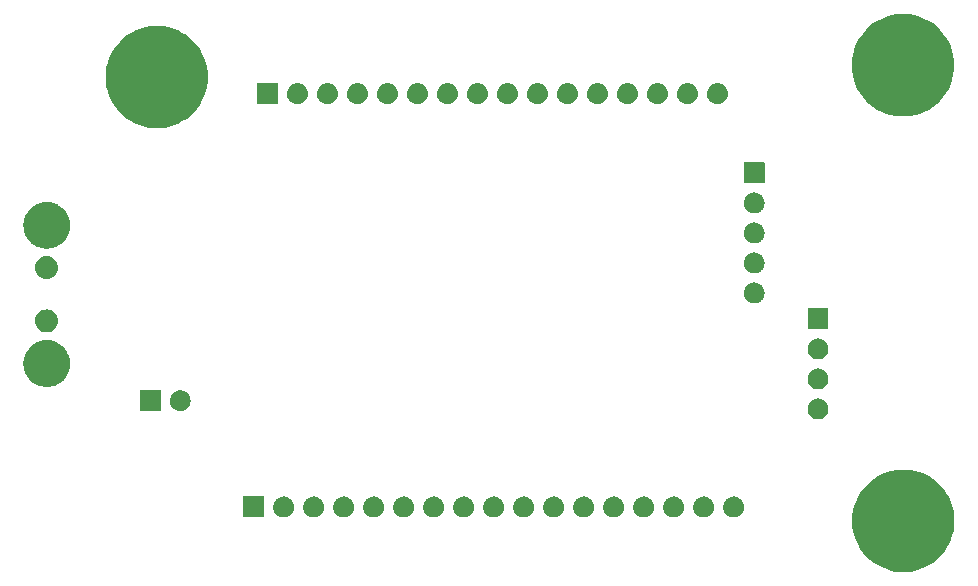
<source format=gbr>
%TF.GenerationSoftware,KiCad,Pcbnew,7.0.7-7.0.7~ubuntu22.04.1*%
%TF.CreationDate,2023-09-20T11:51:08+02:00*%
%TF.ProjectId,kicad103,6b696361-6431-4303-932e-6b696361645f,rev?*%
%TF.SameCoordinates,Original*%
%TF.FileFunction,Soldermask,Bot*%
%TF.FilePolarity,Negative*%
%FSLAX46Y46*%
G04 Gerber Fmt 4.6, Leading zero omitted, Abs format (unit mm)*
G04 Created by KiCad (PCBNEW 7.0.7-7.0.7~ubuntu22.04.1) date 2023-09-20 11:51:08*
%MOMM*%
%LPD*%
G01*
G04 APERTURE LIST*
G04 APERTURE END LIST*
G36*
X121836943Y-83886574D02*
G01*
X122242303Y-83964700D01*
X122638402Y-84081005D01*
X123021651Y-84234435D01*
X123388581Y-84423601D01*
X123735868Y-84646789D01*
X124060367Y-84901977D01*
X124359139Y-85186856D01*
X124629479Y-85498845D01*
X124868939Y-85835119D01*
X125075349Y-86192632D01*
X125246841Y-86568147D01*
X125381862Y-86958263D01*
X125479188Y-87359447D01*
X125537938Y-87768066D01*
X125557581Y-88180419D01*
X125537938Y-88592772D01*
X125479188Y-89001391D01*
X125381862Y-89402575D01*
X125246841Y-89792691D01*
X125075349Y-90168206D01*
X124868939Y-90525719D01*
X124629479Y-90861993D01*
X124359139Y-91173982D01*
X124060367Y-91458861D01*
X123735868Y-91714049D01*
X123388581Y-91937237D01*
X123021651Y-92126403D01*
X122638402Y-92279833D01*
X122242303Y-92396138D01*
X121836943Y-92474264D01*
X121425991Y-92513506D01*
X121013171Y-92513506D01*
X120602219Y-92474264D01*
X120196859Y-92396138D01*
X119800760Y-92279833D01*
X119417511Y-92126403D01*
X119050581Y-91937237D01*
X118703294Y-91714049D01*
X118378795Y-91458861D01*
X118080023Y-91173982D01*
X117809683Y-90861993D01*
X117570223Y-90525719D01*
X117363813Y-90168206D01*
X117192321Y-89792691D01*
X117057300Y-89402575D01*
X116959974Y-89001391D01*
X116901224Y-88592772D01*
X116881581Y-88180419D01*
X116901224Y-87768066D01*
X116959974Y-87359447D01*
X117057300Y-86958263D01*
X117192321Y-86568147D01*
X117363813Y-86192632D01*
X117570223Y-85835119D01*
X117809683Y-85498845D01*
X118080023Y-85186856D01*
X118378795Y-84901977D01*
X118703294Y-84646789D01*
X119050581Y-84423601D01*
X119417511Y-84234435D01*
X119800760Y-84081005D01*
X120196859Y-83964700D01*
X120602219Y-83886574D01*
X121013171Y-83847332D01*
X121425991Y-83847332D01*
X121836943Y-83886574D01*
G37*
G36*
X67084542Y-86114893D02*
G01*
X67096870Y-86123130D01*
X67105107Y-86135458D01*
X67108000Y-86150000D01*
X67108000Y-87850000D01*
X67105107Y-87864542D01*
X67096870Y-87876870D01*
X67084542Y-87885107D01*
X67070000Y-87888000D01*
X65370000Y-87888000D01*
X65355458Y-87885107D01*
X65343130Y-87876870D01*
X65334893Y-87864542D01*
X65332000Y-87850000D01*
X65332000Y-86150000D01*
X65334893Y-86135458D01*
X65343130Y-86123130D01*
X65355458Y-86114893D01*
X65370000Y-86112000D01*
X67070000Y-86112000D01*
X67084542Y-86114893D01*
G37*
G36*
X68806206Y-86116865D02*
G01*
X68852821Y-86116865D01*
X68893073Y-86125420D01*
X68933179Y-86129371D01*
X68983564Y-86144655D01*
X69034407Y-86155462D01*
X69066942Y-86169947D01*
X69099702Y-86179885D01*
X69151759Y-86207710D01*
X69204000Y-86230969D01*
X69228288Y-86248615D01*
X69253170Y-86261915D01*
X69303927Y-86303570D01*
X69354188Y-86340087D01*
X69370506Y-86358210D01*
X69387688Y-86372311D01*
X69433864Y-86428577D01*
X69478407Y-86478047D01*
X69487764Y-86494254D01*
X69498084Y-86506829D01*
X69536259Y-86578250D01*
X69571228Y-86638818D01*
X69575250Y-86651198D01*
X69580114Y-86660297D01*
X69606924Y-86748678D01*
X69628595Y-86815374D01*
X69629357Y-86822633D01*
X69630628Y-86826820D01*
X69642993Y-86952366D01*
X69648000Y-87000000D01*
X69642990Y-87047659D01*
X69630628Y-87173179D01*
X69629358Y-87177365D01*
X69628595Y-87184626D01*
X69606919Y-87251335D01*
X69580114Y-87339702D01*
X69575251Y-87348799D01*
X69571228Y-87361182D01*
X69536252Y-87421761D01*
X69498084Y-87493170D01*
X69487766Y-87505742D01*
X69478407Y-87521953D01*
X69433855Y-87571433D01*
X69387688Y-87627688D01*
X69370509Y-87641785D01*
X69354188Y-87659913D01*
X69303917Y-87696436D01*
X69253170Y-87738084D01*
X69228293Y-87751380D01*
X69204000Y-87769031D01*
X69151748Y-87792294D01*
X69099702Y-87820114D01*
X69066949Y-87830049D01*
X69034407Y-87844538D01*
X68983553Y-87855347D01*
X68933179Y-87870628D01*
X68893082Y-87874577D01*
X68852821Y-87883135D01*
X68806196Y-87883135D01*
X68760000Y-87887685D01*
X68713804Y-87883135D01*
X68667179Y-87883135D01*
X68626918Y-87874577D01*
X68586820Y-87870628D01*
X68536443Y-87855346D01*
X68485593Y-87844538D01*
X68453052Y-87830050D01*
X68420297Y-87820114D01*
X68368245Y-87792291D01*
X68316000Y-87769031D01*
X68291709Y-87751382D01*
X68266829Y-87738084D01*
X68216074Y-87696430D01*
X68165812Y-87659913D01*
X68149493Y-87641789D01*
X68132311Y-87627688D01*
X68086133Y-87571420D01*
X68041593Y-87521953D01*
X68032236Y-87505746D01*
X68021915Y-87493170D01*
X67983734Y-87421738D01*
X67948772Y-87361182D01*
X67944750Y-87348804D01*
X67939885Y-87339702D01*
X67913065Y-87251289D01*
X67891405Y-87184626D01*
X67890642Y-87177370D01*
X67889371Y-87173179D01*
X67876993Y-87047508D01*
X67872000Y-87000000D01*
X67876990Y-86952517D01*
X67889371Y-86826820D01*
X67890642Y-86822628D01*
X67891405Y-86815374D01*
X67913060Y-86748724D01*
X67939885Y-86660297D01*
X67944750Y-86651193D01*
X67948772Y-86638818D01*
X67983726Y-86578274D01*
X68021915Y-86506829D01*
X68032237Y-86494250D01*
X68041593Y-86478047D01*
X68086124Y-86428589D01*
X68132311Y-86372311D01*
X68149496Y-86358207D01*
X68165812Y-86340087D01*
X68216063Y-86303577D01*
X68266829Y-86261915D01*
X68291714Y-86248613D01*
X68316000Y-86230969D01*
X68368234Y-86207713D01*
X68420297Y-86179885D01*
X68453060Y-86169946D01*
X68485593Y-86155462D01*
X68536432Y-86144655D01*
X68586820Y-86129371D01*
X68626927Y-86125420D01*
X68667179Y-86116865D01*
X68713794Y-86116865D01*
X68760000Y-86112314D01*
X68806206Y-86116865D01*
G37*
G36*
X71346206Y-86116865D02*
G01*
X71392821Y-86116865D01*
X71433073Y-86125420D01*
X71473179Y-86129371D01*
X71523564Y-86144655D01*
X71574407Y-86155462D01*
X71606942Y-86169947D01*
X71639702Y-86179885D01*
X71691759Y-86207710D01*
X71744000Y-86230969D01*
X71768288Y-86248615D01*
X71793170Y-86261915D01*
X71843927Y-86303570D01*
X71894188Y-86340087D01*
X71910506Y-86358210D01*
X71927688Y-86372311D01*
X71973864Y-86428577D01*
X72018407Y-86478047D01*
X72027764Y-86494254D01*
X72038084Y-86506829D01*
X72076259Y-86578250D01*
X72111228Y-86638818D01*
X72115250Y-86651198D01*
X72120114Y-86660297D01*
X72146924Y-86748678D01*
X72168595Y-86815374D01*
X72169357Y-86822633D01*
X72170628Y-86826820D01*
X72182993Y-86952366D01*
X72188000Y-87000000D01*
X72182990Y-87047659D01*
X72170628Y-87173179D01*
X72169358Y-87177365D01*
X72168595Y-87184626D01*
X72146919Y-87251335D01*
X72120114Y-87339702D01*
X72115251Y-87348799D01*
X72111228Y-87361182D01*
X72076252Y-87421761D01*
X72038084Y-87493170D01*
X72027766Y-87505742D01*
X72018407Y-87521953D01*
X71973855Y-87571433D01*
X71927688Y-87627688D01*
X71910509Y-87641785D01*
X71894188Y-87659913D01*
X71843917Y-87696436D01*
X71793170Y-87738084D01*
X71768293Y-87751380D01*
X71744000Y-87769031D01*
X71691748Y-87792294D01*
X71639702Y-87820114D01*
X71606949Y-87830049D01*
X71574407Y-87844538D01*
X71523553Y-87855347D01*
X71473179Y-87870628D01*
X71433082Y-87874577D01*
X71392821Y-87883135D01*
X71346196Y-87883135D01*
X71300000Y-87887685D01*
X71253804Y-87883135D01*
X71207179Y-87883135D01*
X71166918Y-87874577D01*
X71126820Y-87870628D01*
X71076443Y-87855346D01*
X71025593Y-87844538D01*
X70993052Y-87830050D01*
X70960297Y-87820114D01*
X70908245Y-87792291D01*
X70856000Y-87769031D01*
X70831709Y-87751382D01*
X70806829Y-87738084D01*
X70756074Y-87696430D01*
X70705812Y-87659913D01*
X70689493Y-87641789D01*
X70672311Y-87627688D01*
X70626133Y-87571420D01*
X70581593Y-87521953D01*
X70572236Y-87505746D01*
X70561915Y-87493170D01*
X70523734Y-87421738D01*
X70488772Y-87361182D01*
X70484750Y-87348804D01*
X70479885Y-87339702D01*
X70453065Y-87251289D01*
X70431405Y-87184626D01*
X70430642Y-87177370D01*
X70429371Y-87173179D01*
X70416993Y-87047508D01*
X70412000Y-87000000D01*
X70416990Y-86952517D01*
X70429371Y-86826820D01*
X70430642Y-86822628D01*
X70431405Y-86815374D01*
X70453060Y-86748724D01*
X70479885Y-86660297D01*
X70484750Y-86651193D01*
X70488772Y-86638818D01*
X70523726Y-86578274D01*
X70561915Y-86506829D01*
X70572237Y-86494250D01*
X70581593Y-86478047D01*
X70626124Y-86428589D01*
X70672311Y-86372311D01*
X70689496Y-86358207D01*
X70705812Y-86340087D01*
X70756063Y-86303577D01*
X70806829Y-86261915D01*
X70831714Y-86248613D01*
X70856000Y-86230969D01*
X70908234Y-86207713D01*
X70960297Y-86179885D01*
X70993060Y-86169946D01*
X71025593Y-86155462D01*
X71076432Y-86144655D01*
X71126820Y-86129371D01*
X71166927Y-86125420D01*
X71207179Y-86116865D01*
X71253794Y-86116865D01*
X71300000Y-86112314D01*
X71346206Y-86116865D01*
G37*
G36*
X73886206Y-86116865D02*
G01*
X73932821Y-86116865D01*
X73973073Y-86125420D01*
X74013179Y-86129371D01*
X74063564Y-86144655D01*
X74114407Y-86155462D01*
X74146942Y-86169947D01*
X74179702Y-86179885D01*
X74231759Y-86207710D01*
X74284000Y-86230969D01*
X74308288Y-86248615D01*
X74333170Y-86261915D01*
X74383927Y-86303570D01*
X74434188Y-86340087D01*
X74450506Y-86358210D01*
X74467688Y-86372311D01*
X74513864Y-86428577D01*
X74558407Y-86478047D01*
X74567764Y-86494254D01*
X74578084Y-86506829D01*
X74616259Y-86578250D01*
X74651228Y-86638818D01*
X74655250Y-86651198D01*
X74660114Y-86660297D01*
X74686924Y-86748678D01*
X74708595Y-86815374D01*
X74709357Y-86822633D01*
X74710628Y-86826820D01*
X74722992Y-86952355D01*
X74728000Y-87000000D01*
X74722991Y-87047648D01*
X74710628Y-87173179D01*
X74709358Y-87177365D01*
X74708595Y-87184626D01*
X74686919Y-87251335D01*
X74660114Y-87339702D01*
X74655251Y-87348799D01*
X74651228Y-87361182D01*
X74616252Y-87421761D01*
X74578084Y-87493170D01*
X74567766Y-87505742D01*
X74558407Y-87521953D01*
X74513855Y-87571433D01*
X74467688Y-87627688D01*
X74450509Y-87641785D01*
X74434188Y-87659913D01*
X74383917Y-87696436D01*
X74333170Y-87738084D01*
X74308293Y-87751380D01*
X74284000Y-87769031D01*
X74231748Y-87792294D01*
X74179702Y-87820114D01*
X74146949Y-87830049D01*
X74114407Y-87844538D01*
X74063553Y-87855347D01*
X74013179Y-87870628D01*
X73973082Y-87874577D01*
X73932821Y-87883135D01*
X73886196Y-87883135D01*
X73840000Y-87887685D01*
X73793804Y-87883135D01*
X73747179Y-87883135D01*
X73706918Y-87874577D01*
X73666820Y-87870628D01*
X73616443Y-87855346D01*
X73565593Y-87844538D01*
X73533052Y-87830050D01*
X73500297Y-87820114D01*
X73448245Y-87792291D01*
X73396000Y-87769031D01*
X73371709Y-87751382D01*
X73346829Y-87738084D01*
X73296074Y-87696430D01*
X73245812Y-87659913D01*
X73229493Y-87641789D01*
X73212311Y-87627688D01*
X73166133Y-87571420D01*
X73121593Y-87521953D01*
X73112236Y-87505746D01*
X73101915Y-87493170D01*
X73063734Y-87421738D01*
X73028772Y-87361182D01*
X73024750Y-87348804D01*
X73019885Y-87339702D01*
X72993065Y-87251289D01*
X72971405Y-87184626D01*
X72970642Y-87177370D01*
X72969371Y-87173179D01*
X72956993Y-87047508D01*
X72952000Y-87000000D01*
X72956990Y-86952517D01*
X72969371Y-86826820D01*
X72970642Y-86822628D01*
X72971405Y-86815374D01*
X72993060Y-86748724D01*
X73019885Y-86660297D01*
X73024750Y-86651193D01*
X73028772Y-86638818D01*
X73063726Y-86578274D01*
X73101915Y-86506829D01*
X73112237Y-86494250D01*
X73121593Y-86478047D01*
X73166124Y-86428589D01*
X73212311Y-86372311D01*
X73229496Y-86358207D01*
X73245812Y-86340087D01*
X73296063Y-86303577D01*
X73346829Y-86261915D01*
X73371714Y-86248613D01*
X73396000Y-86230969D01*
X73448234Y-86207713D01*
X73500297Y-86179885D01*
X73533060Y-86169946D01*
X73565593Y-86155462D01*
X73616432Y-86144655D01*
X73666820Y-86129371D01*
X73706927Y-86125420D01*
X73747179Y-86116865D01*
X73793794Y-86116865D01*
X73840000Y-86112314D01*
X73886206Y-86116865D01*
G37*
G36*
X76426206Y-86116865D02*
G01*
X76472821Y-86116865D01*
X76513073Y-86125420D01*
X76553179Y-86129371D01*
X76603564Y-86144655D01*
X76654407Y-86155462D01*
X76686942Y-86169947D01*
X76719702Y-86179885D01*
X76771759Y-86207710D01*
X76824000Y-86230969D01*
X76848288Y-86248615D01*
X76873170Y-86261915D01*
X76923927Y-86303570D01*
X76974188Y-86340087D01*
X76990506Y-86358210D01*
X77007688Y-86372311D01*
X77053864Y-86428577D01*
X77098407Y-86478047D01*
X77107764Y-86494254D01*
X77118084Y-86506829D01*
X77156259Y-86578250D01*
X77191228Y-86638818D01*
X77195250Y-86651198D01*
X77200114Y-86660297D01*
X77226924Y-86748678D01*
X77248595Y-86815374D01*
X77249357Y-86822633D01*
X77250628Y-86826820D01*
X77262992Y-86952355D01*
X77268000Y-87000000D01*
X77262991Y-87047648D01*
X77250628Y-87173179D01*
X77249358Y-87177365D01*
X77248595Y-87184626D01*
X77226919Y-87251335D01*
X77200114Y-87339702D01*
X77195251Y-87348799D01*
X77191228Y-87361182D01*
X77156252Y-87421761D01*
X77118084Y-87493170D01*
X77107766Y-87505742D01*
X77098407Y-87521953D01*
X77053855Y-87571433D01*
X77007688Y-87627688D01*
X76990509Y-87641785D01*
X76974188Y-87659913D01*
X76923917Y-87696436D01*
X76873170Y-87738084D01*
X76848293Y-87751380D01*
X76824000Y-87769031D01*
X76771748Y-87792294D01*
X76719702Y-87820114D01*
X76686949Y-87830049D01*
X76654407Y-87844538D01*
X76603553Y-87855347D01*
X76553179Y-87870628D01*
X76513082Y-87874577D01*
X76472821Y-87883135D01*
X76426196Y-87883135D01*
X76380000Y-87887685D01*
X76333804Y-87883135D01*
X76287179Y-87883135D01*
X76246918Y-87874577D01*
X76206820Y-87870628D01*
X76156443Y-87855346D01*
X76105593Y-87844538D01*
X76073052Y-87830050D01*
X76040297Y-87820114D01*
X75988245Y-87792291D01*
X75936000Y-87769031D01*
X75911709Y-87751382D01*
X75886829Y-87738084D01*
X75836074Y-87696430D01*
X75785812Y-87659913D01*
X75769493Y-87641789D01*
X75752311Y-87627688D01*
X75706133Y-87571420D01*
X75661593Y-87521953D01*
X75652236Y-87505746D01*
X75641915Y-87493170D01*
X75603734Y-87421738D01*
X75568772Y-87361182D01*
X75564750Y-87348804D01*
X75559885Y-87339702D01*
X75533065Y-87251289D01*
X75511405Y-87184626D01*
X75510642Y-87177370D01*
X75509371Y-87173179D01*
X75496992Y-87047497D01*
X75492000Y-87000000D01*
X75496991Y-86952506D01*
X75509371Y-86826820D01*
X75510642Y-86822628D01*
X75511405Y-86815374D01*
X75533060Y-86748724D01*
X75559885Y-86660297D01*
X75564750Y-86651193D01*
X75568772Y-86638818D01*
X75603726Y-86578274D01*
X75641915Y-86506829D01*
X75652237Y-86494250D01*
X75661593Y-86478047D01*
X75706124Y-86428589D01*
X75752311Y-86372311D01*
X75769496Y-86358207D01*
X75785812Y-86340087D01*
X75836063Y-86303577D01*
X75886829Y-86261915D01*
X75911714Y-86248613D01*
X75936000Y-86230969D01*
X75988234Y-86207713D01*
X76040297Y-86179885D01*
X76073060Y-86169946D01*
X76105593Y-86155462D01*
X76156432Y-86144655D01*
X76206820Y-86129371D01*
X76246927Y-86125420D01*
X76287179Y-86116865D01*
X76333794Y-86116865D01*
X76380000Y-86112314D01*
X76426206Y-86116865D01*
G37*
G36*
X78966206Y-86116865D02*
G01*
X79012821Y-86116865D01*
X79053073Y-86125420D01*
X79093179Y-86129371D01*
X79143564Y-86144655D01*
X79194407Y-86155462D01*
X79226942Y-86169947D01*
X79259702Y-86179885D01*
X79311759Y-86207710D01*
X79364000Y-86230969D01*
X79388288Y-86248615D01*
X79413170Y-86261915D01*
X79463927Y-86303570D01*
X79514188Y-86340087D01*
X79530506Y-86358210D01*
X79547688Y-86372311D01*
X79593864Y-86428577D01*
X79638407Y-86478047D01*
X79647764Y-86494254D01*
X79658084Y-86506829D01*
X79696259Y-86578250D01*
X79731228Y-86638818D01*
X79735250Y-86651198D01*
X79740114Y-86660297D01*
X79766924Y-86748678D01*
X79788595Y-86815374D01*
X79789357Y-86822633D01*
X79790628Y-86826820D01*
X79802992Y-86952355D01*
X79808000Y-87000000D01*
X79802991Y-87047648D01*
X79790628Y-87173179D01*
X79789358Y-87177365D01*
X79788595Y-87184626D01*
X79766919Y-87251335D01*
X79740114Y-87339702D01*
X79735251Y-87348799D01*
X79731228Y-87361182D01*
X79696252Y-87421761D01*
X79658084Y-87493170D01*
X79647766Y-87505742D01*
X79638407Y-87521953D01*
X79593855Y-87571433D01*
X79547688Y-87627688D01*
X79530509Y-87641785D01*
X79514188Y-87659913D01*
X79463917Y-87696436D01*
X79413170Y-87738084D01*
X79388293Y-87751380D01*
X79364000Y-87769031D01*
X79311748Y-87792294D01*
X79259702Y-87820114D01*
X79226949Y-87830049D01*
X79194407Y-87844538D01*
X79143553Y-87855347D01*
X79093179Y-87870628D01*
X79053082Y-87874577D01*
X79012821Y-87883135D01*
X78966196Y-87883135D01*
X78920000Y-87887685D01*
X78873804Y-87883135D01*
X78827179Y-87883135D01*
X78786918Y-87874577D01*
X78746820Y-87870628D01*
X78696443Y-87855346D01*
X78645593Y-87844538D01*
X78613052Y-87830050D01*
X78580297Y-87820114D01*
X78528245Y-87792291D01*
X78476000Y-87769031D01*
X78451709Y-87751382D01*
X78426829Y-87738084D01*
X78376074Y-87696430D01*
X78325812Y-87659913D01*
X78309493Y-87641789D01*
X78292311Y-87627688D01*
X78246133Y-87571420D01*
X78201593Y-87521953D01*
X78192236Y-87505746D01*
X78181915Y-87493170D01*
X78143734Y-87421738D01*
X78108772Y-87361182D01*
X78104750Y-87348804D01*
X78099885Y-87339702D01*
X78073065Y-87251289D01*
X78051405Y-87184626D01*
X78050642Y-87177370D01*
X78049371Y-87173179D01*
X78036992Y-87047497D01*
X78032000Y-87000000D01*
X78036991Y-86952506D01*
X78049371Y-86826820D01*
X78050642Y-86822628D01*
X78051405Y-86815374D01*
X78073060Y-86748724D01*
X78099885Y-86660297D01*
X78104750Y-86651193D01*
X78108772Y-86638818D01*
X78143726Y-86578274D01*
X78181915Y-86506829D01*
X78192237Y-86494250D01*
X78201593Y-86478047D01*
X78246124Y-86428589D01*
X78292311Y-86372311D01*
X78309496Y-86358207D01*
X78325812Y-86340087D01*
X78376063Y-86303577D01*
X78426829Y-86261915D01*
X78451714Y-86248613D01*
X78476000Y-86230969D01*
X78528234Y-86207713D01*
X78580297Y-86179885D01*
X78613060Y-86169946D01*
X78645593Y-86155462D01*
X78696432Y-86144655D01*
X78746820Y-86129371D01*
X78786927Y-86125420D01*
X78827179Y-86116865D01*
X78873794Y-86116865D01*
X78920000Y-86112314D01*
X78966206Y-86116865D01*
G37*
G36*
X81506206Y-86116865D02*
G01*
X81552821Y-86116865D01*
X81593073Y-86125420D01*
X81633179Y-86129371D01*
X81683564Y-86144655D01*
X81734407Y-86155462D01*
X81766942Y-86169947D01*
X81799702Y-86179885D01*
X81851759Y-86207710D01*
X81904000Y-86230969D01*
X81928288Y-86248615D01*
X81953170Y-86261915D01*
X82003927Y-86303570D01*
X82054188Y-86340087D01*
X82070506Y-86358210D01*
X82087688Y-86372311D01*
X82133864Y-86428577D01*
X82178407Y-86478047D01*
X82187764Y-86494254D01*
X82198084Y-86506829D01*
X82236259Y-86578250D01*
X82271228Y-86638818D01*
X82275250Y-86651198D01*
X82280114Y-86660297D01*
X82306924Y-86748678D01*
X82328595Y-86815374D01*
X82329357Y-86822633D01*
X82330628Y-86826820D01*
X82342992Y-86952355D01*
X82348000Y-87000000D01*
X82342991Y-87047648D01*
X82330628Y-87173179D01*
X82329358Y-87177365D01*
X82328595Y-87184626D01*
X82306919Y-87251335D01*
X82280114Y-87339702D01*
X82275251Y-87348799D01*
X82271228Y-87361182D01*
X82236252Y-87421761D01*
X82198084Y-87493170D01*
X82187766Y-87505742D01*
X82178407Y-87521953D01*
X82133855Y-87571433D01*
X82087688Y-87627688D01*
X82070509Y-87641785D01*
X82054188Y-87659913D01*
X82003917Y-87696436D01*
X81953170Y-87738084D01*
X81928293Y-87751380D01*
X81904000Y-87769031D01*
X81851748Y-87792294D01*
X81799702Y-87820114D01*
X81766949Y-87830049D01*
X81734407Y-87844538D01*
X81683553Y-87855347D01*
X81633179Y-87870628D01*
X81593082Y-87874577D01*
X81552821Y-87883135D01*
X81506196Y-87883135D01*
X81460000Y-87887685D01*
X81413804Y-87883135D01*
X81367179Y-87883135D01*
X81326918Y-87874577D01*
X81286820Y-87870628D01*
X81236443Y-87855346D01*
X81185593Y-87844538D01*
X81153052Y-87830050D01*
X81120297Y-87820114D01*
X81068245Y-87792291D01*
X81016000Y-87769031D01*
X80991709Y-87751382D01*
X80966829Y-87738084D01*
X80916074Y-87696430D01*
X80865812Y-87659913D01*
X80849493Y-87641789D01*
X80832311Y-87627688D01*
X80786133Y-87571420D01*
X80741593Y-87521953D01*
X80732236Y-87505746D01*
X80721915Y-87493170D01*
X80683734Y-87421738D01*
X80648772Y-87361182D01*
X80644750Y-87348804D01*
X80639885Y-87339702D01*
X80613065Y-87251289D01*
X80591405Y-87184626D01*
X80590642Y-87177370D01*
X80589371Y-87173179D01*
X80576992Y-87047497D01*
X80572000Y-87000000D01*
X80576991Y-86952506D01*
X80589371Y-86826820D01*
X80590642Y-86822628D01*
X80591405Y-86815374D01*
X80613060Y-86748724D01*
X80639885Y-86660297D01*
X80644750Y-86651193D01*
X80648772Y-86638818D01*
X80683726Y-86578274D01*
X80721915Y-86506829D01*
X80732237Y-86494250D01*
X80741593Y-86478047D01*
X80786124Y-86428589D01*
X80832311Y-86372311D01*
X80849496Y-86358207D01*
X80865812Y-86340087D01*
X80916063Y-86303577D01*
X80966829Y-86261915D01*
X80991714Y-86248613D01*
X81016000Y-86230969D01*
X81068234Y-86207713D01*
X81120297Y-86179885D01*
X81153060Y-86169946D01*
X81185593Y-86155462D01*
X81236432Y-86144655D01*
X81286820Y-86129371D01*
X81326927Y-86125420D01*
X81367179Y-86116865D01*
X81413794Y-86116865D01*
X81460000Y-86112314D01*
X81506206Y-86116865D01*
G37*
G36*
X84046206Y-86116865D02*
G01*
X84092821Y-86116865D01*
X84133073Y-86125420D01*
X84173179Y-86129371D01*
X84223564Y-86144655D01*
X84274407Y-86155462D01*
X84306942Y-86169947D01*
X84339702Y-86179885D01*
X84391759Y-86207710D01*
X84444000Y-86230969D01*
X84468288Y-86248615D01*
X84493170Y-86261915D01*
X84543927Y-86303570D01*
X84594188Y-86340087D01*
X84610506Y-86358210D01*
X84627688Y-86372311D01*
X84673864Y-86428577D01*
X84718407Y-86478047D01*
X84727764Y-86494254D01*
X84738084Y-86506829D01*
X84776259Y-86578250D01*
X84811228Y-86638818D01*
X84815250Y-86651198D01*
X84820114Y-86660297D01*
X84846924Y-86748678D01*
X84868595Y-86815374D01*
X84869357Y-86822633D01*
X84870628Y-86826820D01*
X84882992Y-86952355D01*
X84888000Y-87000000D01*
X84882991Y-87047648D01*
X84870628Y-87173179D01*
X84869358Y-87177365D01*
X84868595Y-87184626D01*
X84846919Y-87251335D01*
X84820114Y-87339702D01*
X84815251Y-87348799D01*
X84811228Y-87361182D01*
X84776252Y-87421761D01*
X84738084Y-87493170D01*
X84727766Y-87505742D01*
X84718407Y-87521953D01*
X84673855Y-87571433D01*
X84627688Y-87627688D01*
X84610509Y-87641785D01*
X84594188Y-87659913D01*
X84543917Y-87696436D01*
X84493170Y-87738084D01*
X84468293Y-87751380D01*
X84444000Y-87769031D01*
X84391748Y-87792294D01*
X84339702Y-87820114D01*
X84306949Y-87830049D01*
X84274407Y-87844538D01*
X84223553Y-87855347D01*
X84173179Y-87870628D01*
X84133082Y-87874577D01*
X84092821Y-87883135D01*
X84046196Y-87883135D01*
X84000000Y-87887685D01*
X83953804Y-87883135D01*
X83907179Y-87883135D01*
X83866918Y-87874577D01*
X83826820Y-87870628D01*
X83776443Y-87855346D01*
X83725593Y-87844538D01*
X83693052Y-87830050D01*
X83660297Y-87820114D01*
X83608245Y-87792291D01*
X83556000Y-87769031D01*
X83531709Y-87751382D01*
X83506829Y-87738084D01*
X83456074Y-87696430D01*
X83405812Y-87659913D01*
X83389493Y-87641789D01*
X83372311Y-87627688D01*
X83326133Y-87571420D01*
X83281593Y-87521953D01*
X83272236Y-87505746D01*
X83261915Y-87493170D01*
X83223734Y-87421738D01*
X83188772Y-87361182D01*
X83184750Y-87348804D01*
X83179885Y-87339702D01*
X83153065Y-87251289D01*
X83131405Y-87184626D01*
X83130642Y-87177370D01*
X83129371Y-87173179D01*
X83116992Y-87047497D01*
X83112000Y-87000000D01*
X83116991Y-86952506D01*
X83129371Y-86826820D01*
X83130642Y-86822628D01*
X83131405Y-86815374D01*
X83153060Y-86748724D01*
X83179885Y-86660297D01*
X83184750Y-86651193D01*
X83188772Y-86638818D01*
X83223726Y-86578274D01*
X83261915Y-86506829D01*
X83272237Y-86494250D01*
X83281593Y-86478047D01*
X83326124Y-86428589D01*
X83372311Y-86372311D01*
X83389496Y-86358207D01*
X83405812Y-86340087D01*
X83456063Y-86303577D01*
X83506829Y-86261915D01*
X83531714Y-86248613D01*
X83556000Y-86230969D01*
X83608234Y-86207713D01*
X83660297Y-86179885D01*
X83693060Y-86169946D01*
X83725593Y-86155462D01*
X83776432Y-86144655D01*
X83826820Y-86129371D01*
X83866927Y-86125420D01*
X83907179Y-86116865D01*
X83953794Y-86116865D01*
X84000000Y-86112314D01*
X84046206Y-86116865D01*
G37*
G36*
X86586206Y-86116865D02*
G01*
X86632821Y-86116865D01*
X86673073Y-86125420D01*
X86713179Y-86129371D01*
X86763564Y-86144655D01*
X86814407Y-86155462D01*
X86846942Y-86169947D01*
X86879702Y-86179885D01*
X86931759Y-86207710D01*
X86984000Y-86230969D01*
X87008288Y-86248615D01*
X87033170Y-86261915D01*
X87083927Y-86303570D01*
X87134188Y-86340087D01*
X87150506Y-86358210D01*
X87167688Y-86372311D01*
X87213864Y-86428577D01*
X87258407Y-86478047D01*
X87267764Y-86494254D01*
X87278084Y-86506829D01*
X87316259Y-86578250D01*
X87351228Y-86638818D01*
X87355250Y-86651198D01*
X87360114Y-86660297D01*
X87386924Y-86748678D01*
X87408595Y-86815374D01*
X87409357Y-86822633D01*
X87410628Y-86826820D01*
X87422992Y-86952355D01*
X87428000Y-87000000D01*
X87422991Y-87047648D01*
X87410628Y-87173179D01*
X87409358Y-87177365D01*
X87408595Y-87184626D01*
X87386919Y-87251335D01*
X87360114Y-87339702D01*
X87355251Y-87348799D01*
X87351228Y-87361182D01*
X87316252Y-87421761D01*
X87278084Y-87493170D01*
X87267766Y-87505742D01*
X87258407Y-87521953D01*
X87213855Y-87571433D01*
X87167688Y-87627688D01*
X87150509Y-87641785D01*
X87134188Y-87659913D01*
X87083917Y-87696436D01*
X87033170Y-87738084D01*
X87008293Y-87751380D01*
X86984000Y-87769031D01*
X86931748Y-87792294D01*
X86879702Y-87820114D01*
X86846949Y-87830049D01*
X86814407Y-87844538D01*
X86763553Y-87855347D01*
X86713179Y-87870628D01*
X86673082Y-87874577D01*
X86632821Y-87883135D01*
X86586196Y-87883135D01*
X86540000Y-87887685D01*
X86493804Y-87883135D01*
X86447179Y-87883135D01*
X86406918Y-87874577D01*
X86366820Y-87870628D01*
X86316443Y-87855346D01*
X86265593Y-87844538D01*
X86233052Y-87830050D01*
X86200297Y-87820114D01*
X86148245Y-87792291D01*
X86096000Y-87769031D01*
X86071709Y-87751382D01*
X86046829Y-87738084D01*
X85996074Y-87696430D01*
X85945812Y-87659913D01*
X85929493Y-87641789D01*
X85912311Y-87627688D01*
X85866133Y-87571420D01*
X85821593Y-87521953D01*
X85812236Y-87505746D01*
X85801915Y-87493170D01*
X85763734Y-87421738D01*
X85728772Y-87361182D01*
X85724750Y-87348804D01*
X85719885Y-87339702D01*
X85693065Y-87251289D01*
X85671405Y-87184626D01*
X85670642Y-87177370D01*
X85669371Y-87173179D01*
X85656992Y-87047497D01*
X85652000Y-87000000D01*
X85656991Y-86952506D01*
X85669371Y-86826820D01*
X85670642Y-86822628D01*
X85671405Y-86815374D01*
X85693060Y-86748724D01*
X85719885Y-86660297D01*
X85724750Y-86651193D01*
X85728772Y-86638818D01*
X85763726Y-86578274D01*
X85801915Y-86506829D01*
X85812237Y-86494250D01*
X85821593Y-86478047D01*
X85866124Y-86428589D01*
X85912311Y-86372311D01*
X85929496Y-86358207D01*
X85945812Y-86340087D01*
X85996063Y-86303577D01*
X86046829Y-86261915D01*
X86071714Y-86248613D01*
X86096000Y-86230969D01*
X86148234Y-86207713D01*
X86200297Y-86179885D01*
X86233060Y-86169946D01*
X86265593Y-86155462D01*
X86316432Y-86144655D01*
X86366820Y-86129371D01*
X86406927Y-86125420D01*
X86447179Y-86116865D01*
X86493794Y-86116865D01*
X86540000Y-86112314D01*
X86586206Y-86116865D01*
G37*
G36*
X89126206Y-86116865D02*
G01*
X89172821Y-86116865D01*
X89213073Y-86125420D01*
X89253179Y-86129371D01*
X89303564Y-86144655D01*
X89354407Y-86155462D01*
X89386942Y-86169947D01*
X89419702Y-86179885D01*
X89471759Y-86207710D01*
X89524000Y-86230969D01*
X89548288Y-86248615D01*
X89573170Y-86261915D01*
X89623927Y-86303570D01*
X89674188Y-86340087D01*
X89690506Y-86358210D01*
X89707688Y-86372311D01*
X89753864Y-86428577D01*
X89798407Y-86478047D01*
X89807764Y-86494254D01*
X89818084Y-86506829D01*
X89856259Y-86578250D01*
X89891228Y-86638818D01*
X89895250Y-86651198D01*
X89900114Y-86660297D01*
X89926924Y-86748678D01*
X89948595Y-86815374D01*
X89949357Y-86822633D01*
X89950628Y-86826820D01*
X89962992Y-86952355D01*
X89968000Y-87000000D01*
X89962991Y-87047648D01*
X89950628Y-87173179D01*
X89949358Y-87177365D01*
X89948595Y-87184626D01*
X89926919Y-87251335D01*
X89900114Y-87339702D01*
X89895251Y-87348799D01*
X89891228Y-87361182D01*
X89856252Y-87421761D01*
X89818084Y-87493170D01*
X89807766Y-87505742D01*
X89798407Y-87521953D01*
X89753855Y-87571433D01*
X89707688Y-87627688D01*
X89690509Y-87641785D01*
X89674188Y-87659913D01*
X89623917Y-87696436D01*
X89573170Y-87738084D01*
X89548293Y-87751380D01*
X89524000Y-87769031D01*
X89471748Y-87792294D01*
X89419702Y-87820114D01*
X89386949Y-87830049D01*
X89354407Y-87844538D01*
X89303553Y-87855347D01*
X89253179Y-87870628D01*
X89213082Y-87874577D01*
X89172821Y-87883135D01*
X89126196Y-87883135D01*
X89080000Y-87887685D01*
X89033804Y-87883135D01*
X88987179Y-87883135D01*
X88946918Y-87874577D01*
X88906820Y-87870628D01*
X88856443Y-87855346D01*
X88805593Y-87844538D01*
X88773052Y-87830050D01*
X88740297Y-87820114D01*
X88688245Y-87792291D01*
X88636000Y-87769031D01*
X88611709Y-87751382D01*
X88586829Y-87738084D01*
X88536074Y-87696430D01*
X88485812Y-87659913D01*
X88469493Y-87641789D01*
X88452311Y-87627688D01*
X88406133Y-87571420D01*
X88361593Y-87521953D01*
X88352236Y-87505746D01*
X88341915Y-87493170D01*
X88303734Y-87421738D01*
X88268772Y-87361182D01*
X88264750Y-87348804D01*
X88259885Y-87339702D01*
X88233065Y-87251289D01*
X88211405Y-87184626D01*
X88210642Y-87177370D01*
X88209371Y-87173179D01*
X88196992Y-87047497D01*
X88192000Y-87000000D01*
X88196991Y-86952506D01*
X88209371Y-86826820D01*
X88210642Y-86822628D01*
X88211405Y-86815374D01*
X88233060Y-86748724D01*
X88259885Y-86660297D01*
X88264750Y-86651193D01*
X88268772Y-86638818D01*
X88303726Y-86578274D01*
X88341915Y-86506829D01*
X88352237Y-86494250D01*
X88361593Y-86478047D01*
X88406124Y-86428589D01*
X88452311Y-86372311D01*
X88469496Y-86358207D01*
X88485812Y-86340087D01*
X88536063Y-86303577D01*
X88586829Y-86261915D01*
X88611714Y-86248613D01*
X88636000Y-86230969D01*
X88688234Y-86207713D01*
X88740297Y-86179885D01*
X88773060Y-86169946D01*
X88805593Y-86155462D01*
X88856432Y-86144655D01*
X88906820Y-86129371D01*
X88946927Y-86125420D01*
X88987179Y-86116865D01*
X89033794Y-86116865D01*
X89080000Y-86112314D01*
X89126206Y-86116865D01*
G37*
G36*
X91666206Y-86116865D02*
G01*
X91712821Y-86116865D01*
X91753073Y-86125420D01*
X91793179Y-86129371D01*
X91843564Y-86144655D01*
X91894407Y-86155462D01*
X91926942Y-86169947D01*
X91959702Y-86179885D01*
X92011759Y-86207710D01*
X92064000Y-86230969D01*
X92088288Y-86248615D01*
X92113170Y-86261915D01*
X92163927Y-86303570D01*
X92214188Y-86340087D01*
X92230506Y-86358210D01*
X92247688Y-86372311D01*
X92293864Y-86428577D01*
X92338407Y-86478047D01*
X92347764Y-86494254D01*
X92358084Y-86506829D01*
X92396259Y-86578250D01*
X92431228Y-86638818D01*
X92435250Y-86651198D01*
X92440114Y-86660297D01*
X92466924Y-86748678D01*
X92488595Y-86815374D01*
X92489357Y-86822633D01*
X92490628Y-86826820D01*
X92502992Y-86952355D01*
X92508000Y-87000000D01*
X92502991Y-87047648D01*
X92490628Y-87173179D01*
X92489358Y-87177365D01*
X92488595Y-87184626D01*
X92466919Y-87251335D01*
X92440114Y-87339702D01*
X92435251Y-87348799D01*
X92431228Y-87361182D01*
X92396252Y-87421761D01*
X92358084Y-87493170D01*
X92347766Y-87505742D01*
X92338407Y-87521953D01*
X92293855Y-87571433D01*
X92247688Y-87627688D01*
X92230509Y-87641785D01*
X92214188Y-87659913D01*
X92163917Y-87696436D01*
X92113170Y-87738084D01*
X92088293Y-87751380D01*
X92064000Y-87769031D01*
X92011748Y-87792294D01*
X91959702Y-87820114D01*
X91926949Y-87830049D01*
X91894407Y-87844538D01*
X91843553Y-87855347D01*
X91793179Y-87870628D01*
X91753082Y-87874577D01*
X91712821Y-87883135D01*
X91666196Y-87883135D01*
X91620000Y-87887685D01*
X91573804Y-87883135D01*
X91527179Y-87883135D01*
X91486918Y-87874577D01*
X91446820Y-87870628D01*
X91396443Y-87855346D01*
X91345593Y-87844538D01*
X91313052Y-87830050D01*
X91280297Y-87820114D01*
X91228245Y-87792291D01*
X91176000Y-87769031D01*
X91151709Y-87751382D01*
X91126829Y-87738084D01*
X91076074Y-87696430D01*
X91025812Y-87659913D01*
X91009493Y-87641789D01*
X90992311Y-87627688D01*
X90946133Y-87571420D01*
X90901593Y-87521953D01*
X90892236Y-87505746D01*
X90881915Y-87493170D01*
X90843734Y-87421738D01*
X90808772Y-87361182D01*
X90804750Y-87348804D01*
X90799885Y-87339702D01*
X90773065Y-87251289D01*
X90751405Y-87184626D01*
X90750642Y-87177370D01*
X90749371Y-87173179D01*
X90736992Y-87047497D01*
X90732000Y-87000000D01*
X90736991Y-86952506D01*
X90749371Y-86826820D01*
X90750642Y-86822628D01*
X90751405Y-86815374D01*
X90773060Y-86748724D01*
X90799885Y-86660297D01*
X90804750Y-86651193D01*
X90808772Y-86638818D01*
X90843726Y-86578274D01*
X90881915Y-86506829D01*
X90892237Y-86494250D01*
X90901593Y-86478047D01*
X90946124Y-86428589D01*
X90992311Y-86372311D01*
X91009496Y-86358207D01*
X91025812Y-86340087D01*
X91076063Y-86303577D01*
X91126829Y-86261915D01*
X91151714Y-86248613D01*
X91176000Y-86230969D01*
X91228234Y-86207713D01*
X91280297Y-86179885D01*
X91313060Y-86169946D01*
X91345593Y-86155462D01*
X91396432Y-86144655D01*
X91446820Y-86129371D01*
X91486927Y-86125420D01*
X91527179Y-86116865D01*
X91573794Y-86116865D01*
X91620000Y-86112314D01*
X91666206Y-86116865D01*
G37*
G36*
X94206206Y-86116865D02*
G01*
X94252821Y-86116865D01*
X94293073Y-86125420D01*
X94333179Y-86129371D01*
X94383564Y-86144655D01*
X94434407Y-86155462D01*
X94466942Y-86169947D01*
X94499702Y-86179885D01*
X94551759Y-86207710D01*
X94604000Y-86230969D01*
X94628288Y-86248615D01*
X94653170Y-86261915D01*
X94703927Y-86303570D01*
X94754188Y-86340087D01*
X94770506Y-86358210D01*
X94787688Y-86372311D01*
X94833864Y-86428577D01*
X94878407Y-86478047D01*
X94887764Y-86494254D01*
X94898084Y-86506829D01*
X94936259Y-86578250D01*
X94971228Y-86638818D01*
X94975250Y-86651198D01*
X94980114Y-86660297D01*
X95006924Y-86748678D01*
X95028595Y-86815374D01*
X95029357Y-86822633D01*
X95030628Y-86826820D01*
X95042992Y-86952355D01*
X95048000Y-87000000D01*
X95042991Y-87047648D01*
X95030628Y-87173179D01*
X95029358Y-87177365D01*
X95028595Y-87184626D01*
X95006919Y-87251335D01*
X94980114Y-87339702D01*
X94975251Y-87348799D01*
X94971228Y-87361182D01*
X94936252Y-87421761D01*
X94898084Y-87493170D01*
X94887766Y-87505742D01*
X94878407Y-87521953D01*
X94833855Y-87571433D01*
X94787688Y-87627688D01*
X94770509Y-87641785D01*
X94754188Y-87659913D01*
X94703917Y-87696436D01*
X94653170Y-87738084D01*
X94628293Y-87751380D01*
X94604000Y-87769031D01*
X94551748Y-87792294D01*
X94499702Y-87820114D01*
X94466949Y-87830049D01*
X94434407Y-87844538D01*
X94383553Y-87855347D01*
X94333179Y-87870628D01*
X94293082Y-87874577D01*
X94252821Y-87883135D01*
X94206196Y-87883135D01*
X94160000Y-87887685D01*
X94113804Y-87883135D01*
X94067179Y-87883135D01*
X94026918Y-87874577D01*
X93986820Y-87870628D01*
X93936443Y-87855346D01*
X93885593Y-87844538D01*
X93853052Y-87830050D01*
X93820297Y-87820114D01*
X93768245Y-87792291D01*
X93716000Y-87769031D01*
X93691709Y-87751382D01*
X93666829Y-87738084D01*
X93616074Y-87696430D01*
X93565812Y-87659913D01*
X93549493Y-87641789D01*
X93532311Y-87627688D01*
X93486133Y-87571420D01*
X93441593Y-87521953D01*
X93432236Y-87505746D01*
X93421915Y-87493170D01*
X93383734Y-87421738D01*
X93348772Y-87361182D01*
X93344750Y-87348804D01*
X93339885Y-87339702D01*
X93313065Y-87251289D01*
X93291405Y-87184626D01*
X93290642Y-87177370D01*
X93289371Y-87173179D01*
X93276992Y-87047497D01*
X93272000Y-87000000D01*
X93276991Y-86952506D01*
X93289371Y-86826820D01*
X93290642Y-86822628D01*
X93291405Y-86815374D01*
X93313060Y-86748724D01*
X93339885Y-86660297D01*
X93344750Y-86651193D01*
X93348772Y-86638818D01*
X93383726Y-86578274D01*
X93421915Y-86506829D01*
X93432237Y-86494250D01*
X93441593Y-86478047D01*
X93486124Y-86428589D01*
X93532311Y-86372311D01*
X93549496Y-86358207D01*
X93565812Y-86340087D01*
X93616063Y-86303577D01*
X93666829Y-86261915D01*
X93691714Y-86248613D01*
X93716000Y-86230969D01*
X93768234Y-86207713D01*
X93820297Y-86179885D01*
X93853060Y-86169946D01*
X93885593Y-86155462D01*
X93936432Y-86144655D01*
X93986820Y-86129371D01*
X94026927Y-86125420D01*
X94067179Y-86116865D01*
X94113794Y-86116865D01*
X94160000Y-86112314D01*
X94206206Y-86116865D01*
G37*
G36*
X96746206Y-86116865D02*
G01*
X96792821Y-86116865D01*
X96833073Y-86125420D01*
X96873179Y-86129371D01*
X96923564Y-86144655D01*
X96974407Y-86155462D01*
X97006942Y-86169947D01*
X97039702Y-86179885D01*
X97091759Y-86207710D01*
X97144000Y-86230969D01*
X97168288Y-86248615D01*
X97193170Y-86261915D01*
X97243927Y-86303570D01*
X97294188Y-86340087D01*
X97310506Y-86358210D01*
X97327688Y-86372311D01*
X97373864Y-86428577D01*
X97418407Y-86478047D01*
X97427764Y-86494254D01*
X97438084Y-86506829D01*
X97476259Y-86578250D01*
X97511228Y-86638818D01*
X97515250Y-86651198D01*
X97520114Y-86660297D01*
X97546924Y-86748678D01*
X97568595Y-86815374D01*
X97569357Y-86822633D01*
X97570628Y-86826820D01*
X97582992Y-86952355D01*
X97588000Y-87000000D01*
X97582991Y-87047648D01*
X97570628Y-87173179D01*
X97569358Y-87177365D01*
X97568595Y-87184626D01*
X97546919Y-87251335D01*
X97520114Y-87339702D01*
X97515251Y-87348799D01*
X97511228Y-87361182D01*
X97476252Y-87421761D01*
X97438084Y-87493170D01*
X97427766Y-87505742D01*
X97418407Y-87521953D01*
X97373855Y-87571433D01*
X97327688Y-87627688D01*
X97310509Y-87641785D01*
X97294188Y-87659913D01*
X97243917Y-87696436D01*
X97193170Y-87738084D01*
X97168293Y-87751380D01*
X97144000Y-87769031D01*
X97091748Y-87792294D01*
X97039702Y-87820114D01*
X97006949Y-87830049D01*
X96974407Y-87844538D01*
X96923553Y-87855347D01*
X96873179Y-87870628D01*
X96833082Y-87874577D01*
X96792821Y-87883135D01*
X96746196Y-87883135D01*
X96700000Y-87887685D01*
X96653804Y-87883135D01*
X96607179Y-87883135D01*
X96566918Y-87874577D01*
X96526820Y-87870628D01*
X96476443Y-87855346D01*
X96425593Y-87844538D01*
X96393052Y-87830050D01*
X96360297Y-87820114D01*
X96308245Y-87792291D01*
X96256000Y-87769031D01*
X96231709Y-87751382D01*
X96206829Y-87738084D01*
X96156074Y-87696430D01*
X96105812Y-87659913D01*
X96089493Y-87641789D01*
X96072311Y-87627688D01*
X96026133Y-87571420D01*
X95981593Y-87521953D01*
X95972236Y-87505746D01*
X95961915Y-87493170D01*
X95923734Y-87421738D01*
X95888772Y-87361182D01*
X95884750Y-87348804D01*
X95879885Y-87339702D01*
X95853065Y-87251289D01*
X95831405Y-87184626D01*
X95830642Y-87177370D01*
X95829371Y-87173179D01*
X95816992Y-87047497D01*
X95812000Y-87000000D01*
X95816991Y-86952506D01*
X95829371Y-86826820D01*
X95830642Y-86822628D01*
X95831405Y-86815374D01*
X95853060Y-86748724D01*
X95879885Y-86660297D01*
X95884750Y-86651193D01*
X95888772Y-86638818D01*
X95923726Y-86578274D01*
X95961915Y-86506829D01*
X95972237Y-86494250D01*
X95981593Y-86478047D01*
X96026124Y-86428589D01*
X96072311Y-86372311D01*
X96089496Y-86358207D01*
X96105812Y-86340087D01*
X96156063Y-86303577D01*
X96206829Y-86261915D01*
X96231714Y-86248613D01*
X96256000Y-86230969D01*
X96308234Y-86207713D01*
X96360297Y-86179885D01*
X96393060Y-86169946D01*
X96425593Y-86155462D01*
X96476432Y-86144655D01*
X96526820Y-86129371D01*
X96566927Y-86125420D01*
X96607179Y-86116865D01*
X96653794Y-86116865D01*
X96700000Y-86112314D01*
X96746206Y-86116865D01*
G37*
G36*
X99286206Y-86116865D02*
G01*
X99332821Y-86116865D01*
X99373073Y-86125420D01*
X99413179Y-86129371D01*
X99463564Y-86144655D01*
X99514407Y-86155462D01*
X99546942Y-86169947D01*
X99579702Y-86179885D01*
X99631759Y-86207710D01*
X99684000Y-86230969D01*
X99708288Y-86248615D01*
X99733170Y-86261915D01*
X99783927Y-86303570D01*
X99834188Y-86340087D01*
X99850506Y-86358210D01*
X99867688Y-86372311D01*
X99913864Y-86428577D01*
X99958407Y-86478047D01*
X99967764Y-86494254D01*
X99978084Y-86506829D01*
X100016259Y-86578250D01*
X100051228Y-86638818D01*
X100055250Y-86651198D01*
X100060114Y-86660297D01*
X100086924Y-86748678D01*
X100108595Y-86815374D01*
X100109357Y-86822633D01*
X100110628Y-86826820D01*
X100122992Y-86952355D01*
X100128000Y-87000000D01*
X100122991Y-87047648D01*
X100110628Y-87173179D01*
X100109358Y-87177365D01*
X100108595Y-87184626D01*
X100086919Y-87251335D01*
X100060114Y-87339702D01*
X100055251Y-87348799D01*
X100051228Y-87361182D01*
X100016252Y-87421761D01*
X99978084Y-87493170D01*
X99967766Y-87505742D01*
X99958407Y-87521953D01*
X99913855Y-87571433D01*
X99867688Y-87627688D01*
X99850509Y-87641785D01*
X99834188Y-87659913D01*
X99783917Y-87696436D01*
X99733170Y-87738084D01*
X99708293Y-87751380D01*
X99684000Y-87769031D01*
X99631748Y-87792294D01*
X99579702Y-87820114D01*
X99546949Y-87830049D01*
X99514407Y-87844538D01*
X99463553Y-87855347D01*
X99413179Y-87870628D01*
X99373082Y-87874577D01*
X99332821Y-87883135D01*
X99286196Y-87883135D01*
X99240000Y-87887685D01*
X99193804Y-87883135D01*
X99147179Y-87883135D01*
X99106918Y-87874577D01*
X99066820Y-87870628D01*
X99016443Y-87855346D01*
X98965593Y-87844538D01*
X98933052Y-87830050D01*
X98900297Y-87820114D01*
X98848245Y-87792291D01*
X98796000Y-87769031D01*
X98771709Y-87751382D01*
X98746829Y-87738084D01*
X98696074Y-87696430D01*
X98645812Y-87659913D01*
X98629493Y-87641789D01*
X98612311Y-87627688D01*
X98566133Y-87571420D01*
X98521593Y-87521953D01*
X98512236Y-87505746D01*
X98501915Y-87493170D01*
X98463734Y-87421738D01*
X98428772Y-87361182D01*
X98424750Y-87348804D01*
X98419885Y-87339702D01*
X98393065Y-87251289D01*
X98371405Y-87184626D01*
X98370642Y-87177370D01*
X98369371Y-87173179D01*
X98356992Y-87047497D01*
X98352000Y-87000000D01*
X98356991Y-86952506D01*
X98369371Y-86826820D01*
X98370642Y-86822628D01*
X98371405Y-86815374D01*
X98393060Y-86748724D01*
X98419885Y-86660297D01*
X98424750Y-86651193D01*
X98428772Y-86638818D01*
X98463726Y-86578274D01*
X98501915Y-86506829D01*
X98512237Y-86494250D01*
X98521593Y-86478047D01*
X98566124Y-86428589D01*
X98612311Y-86372311D01*
X98629496Y-86358207D01*
X98645812Y-86340087D01*
X98696063Y-86303577D01*
X98746829Y-86261915D01*
X98771714Y-86248613D01*
X98796000Y-86230969D01*
X98848234Y-86207713D01*
X98900297Y-86179885D01*
X98933060Y-86169946D01*
X98965593Y-86155462D01*
X99016432Y-86144655D01*
X99066820Y-86129371D01*
X99106927Y-86125420D01*
X99147179Y-86116865D01*
X99193794Y-86116865D01*
X99240000Y-86112314D01*
X99286206Y-86116865D01*
G37*
G36*
X101826206Y-86116865D02*
G01*
X101872821Y-86116865D01*
X101913073Y-86125420D01*
X101953179Y-86129371D01*
X102003564Y-86144655D01*
X102054407Y-86155462D01*
X102086942Y-86169947D01*
X102119702Y-86179885D01*
X102171759Y-86207710D01*
X102224000Y-86230969D01*
X102248288Y-86248615D01*
X102273170Y-86261915D01*
X102323927Y-86303570D01*
X102374188Y-86340087D01*
X102390506Y-86358210D01*
X102407688Y-86372311D01*
X102453864Y-86428577D01*
X102498407Y-86478047D01*
X102507764Y-86494254D01*
X102518084Y-86506829D01*
X102556259Y-86578250D01*
X102591228Y-86638818D01*
X102595250Y-86651198D01*
X102600114Y-86660297D01*
X102626924Y-86748678D01*
X102648595Y-86815374D01*
X102649357Y-86822633D01*
X102650628Y-86826820D01*
X102662992Y-86952355D01*
X102668000Y-87000000D01*
X102662991Y-87047648D01*
X102650628Y-87173179D01*
X102649358Y-87177365D01*
X102648595Y-87184626D01*
X102626919Y-87251335D01*
X102600114Y-87339702D01*
X102595251Y-87348799D01*
X102591228Y-87361182D01*
X102556252Y-87421761D01*
X102518084Y-87493170D01*
X102507766Y-87505742D01*
X102498407Y-87521953D01*
X102453855Y-87571433D01*
X102407688Y-87627688D01*
X102390509Y-87641785D01*
X102374188Y-87659913D01*
X102323917Y-87696436D01*
X102273170Y-87738084D01*
X102248293Y-87751380D01*
X102224000Y-87769031D01*
X102171748Y-87792294D01*
X102119702Y-87820114D01*
X102086949Y-87830049D01*
X102054407Y-87844538D01*
X102003553Y-87855347D01*
X101953179Y-87870628D01*
X101913082Y-87874577D01*
X101872821Y-87883135D01*
X101826196Y-87883135D01*
X101780000Y-87887685D01*
X101733804Y-87883135D01*
X101687179Y-87883135D01*
X101646918Y-87874577D01*
X101606820Y-87870628D01*
X101556443Y-87855346D01*
X101505593Y-87844538D01*
X101473052Y-87830050D01*
X101440297Y-87820114D01*
X101388245Y-87792291D01*
X101336000Y-87769031D01*
X101311709Y-87751382D01*
X101286829Y-87738084D01*
X101236074Y-87696430D01*
X101185812Y-87659913D01*
X101169493Y-87641789D01*
X101152311Y-87627688D01*
X101106133Y-87571420D01*
X101061593Y-87521953D01*
X101052236Y-87505746D01*
X101041915Y-87493170D01*
X101003734Y-87421738D01*
X100968772Y-87361182D01*
X100964750Y-87348804D01*
X100959885Y-87339702D01*
X100933065Y-87251289D01*
X100911405Y-87184626D01*
X100910642Y-87177370D01*
X100909371Y-87173179D01*
X100896992Y-87047497D01*
X100892000Y-87000000D01*
X100896991Y-86952506D01*
X100909371Y-86826820D01*
X100910642Y-86822628D01*
X100911405Y-86815374D01*
X100933060Y-86748724D01*
X100959885Y-86660297D01*
X100964750Y-86651193D01*
X100968772Y-86638818D01*
X101003726Y-86578274D01*
X101041915Y-86506829D01*
X101052237Y-86494250D01*
X101061593Y-86478047D01*
X101106124Y-86428589D01*
X101152311Y-86372311D01*
X101169496Y-86358207D01*
X101185812Y-86340087D01*
X101236063Y-86303577D01*
X101286829Y-86261915D01*
X101311714Y-86248613D01*
X101336000Y-86230969D01*
X101388234Y-86207713D01*
X101440297Y-86179885D01*
X101473060Y-86169946D01*
X101505593Y-86155462D01*
X101556432Y-86144655D01*
X101606820Y-86129371D01*
X101646927Y-86125420D01*
X101687179Y-86116865D01*
X101733794Y-86116865D01*
X101780000Y-86112314D01*
X101826206Y-86116865D01*
G37*
G36*
X104366206Y-86116865D02*
G01*
X104412821Y-86116865D01*
X104453073Y-86125420D01*
X104493179Y-86129371D01*
X104543564Y-86144655D01*
X104594407Y-86155462D01*
X104626942Y-86169947D01*
X104659702Y-86179885D01*
X104711759Y-86207710D01*
X104764000Y-86230969D01*
X104788288Y-86248615D01*
X104813170Y-86261915D01*
X104863927Y-86303570D01*
X104914188Y-86340087D01*
X104930506Y-86358210D01*
X104947688Y-86372311D01*
X104993864Y-86428577D01*
X105038407Y-86478047D01*
X105047764Y-86494254D01*
X105058084Y-86506829D01*
X105096259Y-86578250D01*
X105131228Y-86638818D01*
X105135250Y-86651198D01*
X105140114Y-86660297D01*
X105166924Y-86748678D01*
X105188595Y-86815374D01*
X105189357Y-86822633D01*
X105190628Y-86826820D01*
X105202992Y-86952355D01*
X105208000Y-87000000D01*
X105202991Y-87047648D01*
X105190628Y-87173179D01*
X105189358Y-87177365D01*
X105188595Y-87184626D01*
X105166919Y-87251335D01*
X105140114Y-87339702D01*
X105135251Y-87348799D01*
X105131228Y-87361182D01*
X105096252Y-87421761D01*
X105058084Y-87493170D01*
X105047766Y-87505742D01*
X105038407Y-87521953D01*
X104993855Y-87571433D01*
X104947688Y-87627688D01*
X104930509Y-87641785D01*
X104914188Y-87659913D01*
X104863917Y-87696436D01*
X104813170Y-87738084D01*
X104788293Y-87751380D01*
X104764000Y-87769031D01*
X104711748Y-87792294D01*
X104659702Y-87820114D01*
X104626949Y-87830049D01*
X104594407Y-87844538D01*
X104543553Y-87855347D01*
X104493179Y-87870628D01*
X104453082Y-87874577D01*
X104412821Y-87883135D01*
X104366196Y-87883135D01*
X104320000Y-87887685D01*
X104273804Y-87883135D01*
X104227179Y-87883135D01*
X104186918Y-87874577D01*
X104146820Y-87870628D01*
X104096443Y-87855346D01*
X104045593Y-87844538D01*
X104013052Y-87830050D01*
X103980297Y-87820114D01*
X103928245Y-87792291D01*
X103876000Y-87769031D01*
X103851709Y-87751382D01*
X103826829Y-87738084D01*
X103776074Y-87696430D01*
X103725812Y-87659913D01*
X103709493Y-87641789D01*
X103692311Y-87627688D01*
X103646133Y-87571420D01*
X103601593Y-87521953D01*
X103592236Y-87505746D01*
X103581915Y-87493170D01*
X103543734Y-87421738D01*
X103508772Y-87361182D01*
X103504750Y-87348804D01*
X103499885Y-87339702D01*
X103473065Y-87251289D01*
X103451405Y-87184626D01*
X103450642Y-87177370D01*
X103449371Y-87173179D01*
X103436992Y-87047497D01*
X103432000Y-87000000D01*
X103436991Y-86952506D01*
X103449371Y-86826820D01*
X103450642Y-86822628D01*
X103451405Y-86815374D01*
X103473060Y-86748724D01*
X103499885Y-86660297D01*
X103504750Y-86651193D01*
X103508772Y-86638818D01*
X103543726Y-86578274D01*
X103581915Y-86506829D01*
X103592237Y-86494250D01*
X103601593Y-86478047D01*
X103646124Y-86428589D01*
X103692311Y-86372311D01*
X103709496Y-86358207D01*
X103725812Y-86340087D01*
X103776063Y-86303577D01*
X103826829Y-86261915D01*
X103851714Y-86248613D01*
X103876000Y-86230969D01*
X103928234Y-86207713D01*
X103980297Y-86179885D01*
X104013060Y-86169946D01*
X104045593Y-86155462D01*
X104096432Y-86144655D01*
X104146820Y-86129371D01*
X104186927Y-86125420D01*
X104227179Y-86116865D01*
X104273794Y-86116865D01*
X104320000Y-86112314D01*
X104366206Y-86116865D01*
G37*
G36*
X106906206Y-86116865D02*
G01*
X106952821Y-86116865D01*
X106993073Y-86125420D01*
X107033179Y-86129371D01*
X107083564Y-86144655D01*
X107134407Y-86155462D01*
X107166942Y-86169947D01*
X107199702Y-86179885D01*
X107251759Y-86207710D01*
X107304000Y-86230969D01*
X107328288Y-86248615D01*
X107353170Y-86261915D01*
X107403927Y-86303570D01*
X107454188Y-86340087D01*
X107470506Y-86358210D01*
X107487688Y-86372311D01*
X107533864Y-86428577D01*
X107578407Y-86478047D01*
X107587764Y-86494254D01*
X107598084Y-86506829D01*
X107636259Y-86578250D01*
X107671228Y-86638818D01*
X107675250Y-86651198D01*
X107680114Y-86660297D01*
X107706924Y-86748678D01*
X107728595Y-86815374D01*
X107729357Y-86822633D01*
X107730628Y-86826820D01*
X107742992Y-86952355D01*
X107748000Y-87000000D01*
X107742991Y-87047648D01*
X107730628Y-87173179D01*
X107729358Y-87177365D01*
X107728595Y-87184626D01*
X107706919Y-87251335D01*
X107680114Y-87339702D01*
X107675251Y-87348799D01*
X107671228Y-87361182D01*
X107636252Y-87421761D01*
X107598084Y-87493170D01*
X107587766Y-87505742D01*
X107578407Y-87521953D01*
X107533855Y-87571433D01*
X107487688Y-87627688D01*
X107470509Y-87641785D01*
X107454188Y-87659913D01*
X107403917Y-87696436D01*
X107353170Y-87738084D01*
X107328293Y-87751380D01*
X107304000Y-87769031D01*
X107251748Y-87792294D01*
X107199702Y-87820114D01*
X107166949Y-87830049D01*
X107134407Y-87844538D01*
X107083553Y-87855347D01*
X107033179Y-87870628D01*
X106993082Y-87874577D01*
X106952821Y-87883135D01*
X106906196Y-87883135D01*
X106860000Y-87887685D01*
X106813804Y-87883135D01*
X106767179Y-87883135D01*
X106726918Y-87874577D01*
X106686820Y-87870628D01*
X106636443Y-87855346D01*
X106585593Y-87844538D01*
X106553052Y-87830050D01*
X106520297Y-87820114D01*
X106468245Y-87792291D01*
X106416000Y-87769031D01*
X106391709Y-87751382D01*
X106366829Y-87738084D01*
X106316074Y-87696430D01*
X106265812Y-87659913D01*
X106249493Y-87641789D01*
X106232311Y-87627688D01*
X106186133Y-87571420D01*
X106141593Y-87521953D01*
X106132236Y-87505746D01*
X106121915Y-87493170D01*
X106083734Y-87421738D01*
X106048772Y-87361182D01*
X106044750Y-87348804D01*
X106039885Y-87339702D01*
X106013065Y-87251289D01*
X105991405Y-87184626D01*
X105990642Y-87177370D01*
X105989371Y-87173179D01*
X105976992Y-87047497D01*
X105972000Y-87000000D01*
X105976991Y-86952506D01*
X105989371Y-86826820D01*
X105990642Y-86822628D01*
X105991405Y-86815374D01*
X106013060Y-86748724D01*
X106039885Y-86660297D01*
X106044750Y-86651193D01*
X106048772Y-86638818D01*
X106083726Y-86578274D01*
X106121915Y-86506829D01*
X106132237Y-86494250D01*
X106141593Y-86478047D01*
X106186124Y-86428589D01*
X106232311Y-86372311D01*
X106249496Y-86358207D01*
X106265812Y-86340087D01*
X106316063Y-86303577D01*
X106366829Y-86261915D01*
X106391714Y-86248613D01*
X106416000Y-86230969D01*
X106468234Y-86207713D01*
X106520297Y-86179885D01*
X106553060Y-86169946D01*
X106585593Y-86155462D01*
X106636432Y-86144655D01*
X106686820Y-86129371D01*
X106726927Y-86125420D01*
X106767179Y-86116865D01*
X106813794Y-86116865D01*
X106860000Y-86112314D01*
X106906206Y-86116865D01*
G37*
G36*
X114046205Y-77816865D02*
G01*
X114092821Y-77816865D01*
X114133073Y-77825420D01*
X114173179Y-77829371D01*
X114223564Y-77844655D01*
X114274407Y-77855462D01*
X114306942Y-77869947D01*
X114339702Y-77879885D01*
X114391759Y-77907710D01*
X114444000Y-77930969D01*
X114468288Y-77948615D01*
X114493170Y-77961915D01*
X114543927Y-78003570D01*
X114594188Y-78040087D01*
X114610506Y-78058210D01*
X114627688Y-78072311D01*
X114673864Y-78128577D01*
X114718407Y-78178047D01*
X114727764Y-78194254D01*
X114738084Y-78206829D01*
X114776259Y-78278250D01*
X114811228Y-78338818D01*
X114815250Y-78351198D01*
X114820114Y-78360297D01*
X114846924Y-78448678D01*
X114868595Y-78515374D01*
X114869357Y-78522633D01*
X114870628Y-78526820D01*
X114882992Y-78652355D01*
X114888000Y-78700000D01*
X114882991Y-78747648D01*
X114870628Y-78873179D01*
X114869358Y-78877365D01*
X114868595Y-78884626D01*
X114846919Y-78951335D01*
X114820114Y-79039702D01*
X114815251Y-79048799D01*
X114811228Y-79061182D01*
X114776252Y-79121761D01*
X114738084Y-79193170D01*
X114727766Y-79205742D01*
X114718407Y-79221953D01*
X114673855Y-79271433D01*
X114627688Y-79327688D01*
X114610509Y-79341785D01*
X114594188Y-79359913D01*
X114543917Y-79396436D01*
X114493170Y-79438084D01*
X114468293Y-79451380D01*
X114444000Y-79469031D01*
X114391748Y-79492294D01*
X114339702Y-79520114D01*
X114306949Y-79530049D01*
X114274407Y-79544538D01*
X114223553Y-79555347D01*
X114173179Y-79570628D01*
X114133082Y-79574577D01*
X114092821Y-79583135D01*
X114046196Y-79583135D01*
X114000000Y-79587685D01*
X113953804Y-79583135D01*
X113907179Y-79583135D01*
X113866918Y-79574577D01*
X113826820Y-79570628D01*
X113776443Y-79555346D01*
X113725593Y-79544538D01*
X113693052Y-79530050D01*
X113660297Y-79520114D01*
X113608245Y-79492291D01*
X113556000Y-79469031D01*
X113531709Y-79451382D01*
X113506829Y-79438084D01*
X113456074Y-79396430D01*
X113405812Y-79359913D01*
X113389493Y-79341789D01*
X113372311Y-79327688D01*
X113326133Y-79271420D01*
X113281593Y-79221953D01*
X113272236Y-79205746D01*
X113261915Y-79193170D01*
X113223734Y-79121738D01*
X113188772Y-79061182D01*
X113184750Y-79048804D01*
X113179885Y-79039702D01*
X113153065Y-78951289D01*
X113131405Y-78884626D01*
X113130642Y-78877370D01*
X113129371Y-78873179D01*
X113116992Y-78747497D01*
X113112000Y-78700000D01*
X113116991Y-78652506D01*
X113129371Y-78526820D01*
X113130642Y-78522628D01*
X113131405Y-78515374D01*
X113153060Y-78448724D01*
X113179885Y-78360297D01*
X113184750Y-78351193D01*
X113188772Y-78338818D01*
X113223726Y-78278274D01*
X113261915Y-78206829D01*
X113272237Y-78194250D01*
X113281593Y-78178047D01*
X113326124Y-78128589D01*
X113372311Y-78072311D01*
X113389496Y-78058207D01*
X113405812Y-78040087D01*
X113456063Y-78003577D01*
X113506829Y-77961915D01*
X113531714Y-77948613D01*
X113556000Y-77930969D01*
X113608234Y-77907713D01*
X113660297Y-77879885D01*
X113693060Y-77869946D01*
X113725593Y-77855462D01*
X113776432Y-77844655D01*
X113826820Y-77829371D01*
X113866927Y-77825420D01*
X113907179Y-77816865D01*
X113953793Y-77816865D01*
X113999999Y-77812314D01*
X114046205Y-77816865D01*
G37*
G36*
X58324542Y-77114893D02*
G01*
X58336870Y-77123130D01*
X58345107Y-77135458D01*
X58348000Y-77150000D01*
X58348000Y-78850000D01*
X58345107Y-78864542D01*
X58336870Y-78876870D01*
X58324542Y-78885107D01*
X58310000Y-78888000D01*
X56610000Y-78888000D01*
X56595458Y-78885107D01*
X56583130Y-78876870D01*
X56574893Y-78864542D01*
X56572000Y-78850000D01*
X56572000Y-77150000D01*
X56574893Y-77135458D01*
X56583130Y-77123130D01*
X56595458Y-77114893D01*
X56610000Y-77112000D01*
X58310000Y-77112000D01*
X58324542Y-77114893D01*
G37*
G36*
X60046206Y-77116865D02*
G01*
X60092821Y-77116865D01*
X60133073Y-77125420D01*
X60173179Y-77129371D01*
X60223564Y-77144655D01*
X60274407Y-77155462D01*
X60306942Y-77169947D01*
X60339702Y-77179885D01*
X60391759Y-77207710D01*
X60444000Y-77230969D01*
X60468288Y-77248615D01*
X60493170Y-77261915D01*
X60543927Y-77303570D01*
X60594188Y-77340087D01*
X60610506Y-77358210D01*
X60627688Y-77372311D01*
X60673864Y-77428577D01*
X60718407Y-77478047D01*
X60727764Y-77494254D01*
X60738084Y-77506829D01*
X60776259Y-77578250D01*
X60811228Y-77638818D01*
X60815250Y-77651198D01*
X60820114Y-77660297D01*
X60846924Y-77748678D01*
X60868595Y-77815374D01*
X60869357Y-77822633D01*
X60870628Y-77826820D01*
X60882992Y-77952355D01*
X60888000Y-78000000D01*
X60882991Y-78047648D01*
X60870628Y-78173179D01*
X60869358Y-78177365D01*
X60868595Y-78184626D01*
X60846919Y-78251335D01*
X60820114Y-78339702D01*
X60815251Y-78348799D01*
X60811228Y-78361182D01*
X60776252Y-78421761D01*
X60738084Y-78493170D01*
X60727766Y-78505742D01*
X60718407Y-78521953D01*
X60673855Y-78571433D01*
X60627688Y-78627688D01*
X60610509Y-78641785D01*
X60594188Y-78659913D01*
X60543917Y-78696436D01*
X60493170Y-78738084D01*
X60468293Y-78751380D01*
X60444000Y-78769031D01*
X60391748Y-78792294D01*
X60339702Y-78820114D01*
X60306949Y-78830049D01*
X60274407Y-78844538D01*
X60223553Y-78855347D01*
X60173179Y-78870628D01*
X60133082Y-78874577D01*
X60092821Y-78883135D01*
X60046196Y-78883135D01*
X60000000Y-78887685D01*
X59953804Y-78883135D01*
X59907179Y-78883135D01*
X59866918Y-78874577D01*
X59826820Y-78870628D01*
X59776443Y-78855346D01*
X59725593Y-78844538D01*
X59693052Y-78830050D01*
X59660297Y-78820114D01*
X59608245Y-78792291D01*
X59556000Y-78769031D01*
X59531709Y-78751382D01*
X59506829Y-78738084D01*
X59456074Y-78696430D01*
X59405812Y-78659913D01*
X59389493Y-78641789D01*
X59372311Y-78627688D01*
X59326133Y-78571420D01*
X59281593Y-78521953D01*
X59272236Y-78505746D01*
X59261915Y-78493170D01*
X59223734Y-78421738D01*
X59188772Y-78361182D01*
X59184750Y-78348804D01*
X59179885Y-78339702D01*
X59153065Y-78251289D01*
X59131405Y-78184626D01*
X59130642Y-78177370D01*
X59129371Y-78173179D01*
X59116992Y-78047497D01*
X59112000Y-78000000D01*
X59116991Y-77952506D01*
X59129371Y-77826820D01*
X59130642Y-77822628D01*
X59131405Y-77815374D01*
X59153060Y-77748724D01*
X59179885Y-77660297D01*
X59184750Y-77651193D01*
X59188772Y-77638818D01*
X59223726Y-77578274D01*
X59261915Y-77506829D01*
X59272237Y-77494250D01*
X59281593Y-77478047D01*
X59326124Y-77428589D01*
X59372311Y-77372311D01*
X59389496Y-77358207D01*
X59405812Y-77340087D01*
X59456063Y-77303577D01*
X59506829Y-77261915D01*
X59531714Y-77248613D01*
X59556000Y-77230969D01*
X59608234Y-77207713D01*
X59660297Y-77179885D01*
X59693060Y-77169946D01*
X59725593Y-77155462D01*
X59776432Y-77144655D01*
X59826820Y-77129371D01*
X59866927Y-77125420D01*
X59907179Y-77116865D01*
X59953794Y-77116865D01*
X60000000Y-77112314D01*
X60046206Y-77116865D01*
G37*
G36*
X114046206Y-75276865D02*
G01*
X114092821Y-75276865D01*
X114133073Y-75285420D01*
X114173179Y-75289371D01*
X114223564Y-75304655D01*
X114274407Y-75315462D01*
X114306942Y-75329947D01*
X114339702Y-75339885D01*
X114391759Y-75367710D01*
X114444000Y-75390969D01*
X114468288Y-75408615D01*
X114493170Y-75421915D01*
X114543927Y-75463570D01*
X114594188Y-75500087D01*
X114610506Y-75518210D01*
X114627688Y-75532311D01*
X114673864Y-75588577D01*
X114718407Y-75638047D01*
X114727764Y-75654254D01*
X114738084Y-75666829D01*
X114776259Y-75738250D01*
X114811228Y-75798818D01*
X114815250Y-75811198D01*
X114820114Y-75820297D01*
X114846924Y-75908678D01*
X114868595Y-75975374D01*
X114869357Y-75982633D01*
X114870628Y-75986820D01*
X114882992Y-76112355D01*
X114888000Y-76160000D01*
X114882991Y-76207648D01*
X114870628Y-76333179D01*
X114869358Y-76337365D01*
X114868595Y-76344626D01*
X114846919Y-76411335D01*
X114820114Y-76499702D01*
X114815251Y-76508799D01*
X114811228Y-76521182D01*
X114776252Y-76581761D01*
X114738084Y-76653170D01*
X114727766Y-76665742D01*
X114718407Y-76681953D01*
X114673855Y-76731433D01*
X114627688Y-76787688D01*
X114610509Y-76801785D01*
X114594188Y-76819913D01*
X114543917Y-76856436D01*
X114493170Y-76898084D01*
X114468293Y-76911380D01*
X114444000Y-76929031D01*
X114391748Y-76952294D01*
X114339702Y-76980114D01*
X114306949Y-76990049D01*
X114274407Y-77004538D01*
X114223553Y-77015347D01*
X114173179Y-77030628D01*
X114133082Y-77034577D01*
X114092821Y-77043135D01*
X114046195Y-77043135D01*
X113999999Y-77047685D01*
X113953803Y-77043135D01*
X113907179Y-77043135D01*
X113866918Y-77034577D01*
X113826820Y-77030628D01*
X113776443Y-77015346D01*
X113725593Y-77004538D01*
X113693052Y-76990050D01*
X113660297Y-76980114D01*
X113608245Y-76952291D01*
X113556000Y-76929031D01*
X113531709Y-76911382D01*
X113506829Y-76898084D01*
X113456074Y-76856430D01*
X113405812Y-76819913D01*
X113389493Y-76801789D01*
X113372311Y-76787688D01*
X113326133Y-76731420D01*
X113281593Y-76681953D01*
X113272236Y-76665746D01*
X113261915Y-76653170D01*
X113223734Y-76581738D01*
X113188772Y-76521182D01*
X113184750Y-76508804D01*
X113179885Y-76499702D01*
X113153065Y-76411289D01*
X113131405Y-76344626D01*
X113130642Y-76337370D01*
X113129371Y-76333179D01*
X113116992Y-76207497D01*
X113112000Y-76160000D01*
X113116991Y-76112506D01*
X113129371Y-75986820D01*
X113130642Y-75982628D01*
X113131405Y-75975374D01*
X113153060Y-75908724D01*
X113179885Y-75820297D01*
X113184750Y-75811193D01*
X113188772Y-75798818D01*
X113223726Y-75738274D01*
X113261915Y-75666829D01*
X113272237Y-75654250D01*
X113281593Y-75638047D01*
X113326124Y-75588589D01*
X113372311Y-75532311D01*
X113389496Y-75518207D01*
X113405812Y-75500087D01*
X113456063Y-75463577D01*
X113506829Y-75421915D01*
X113531714Y-75408613D01*
X113556000Y-75390969D01*
X113608234Y-75367713D01*
X113660297Y-75339885D01*
X113693060Y-75329946D01*
X113725593Y-75315462D01*
X113776432Y-75304655D01*
X113826820Y-75289371D01*
X113866927Y-75285420D01*
X113907179Y-75276865D01*
X113953794Y-75276865D01*
X114000000Y-75272314D01*
X114046206Y-75276865D01*
G37*
G36*
X48766821Y-72869779D02*
G01*
X48835448Y-72869779D01*
X48909898Y-72880011D01*
X48982495Y-72885204D01*
X49042250Y-72898203D01*
X49103831Y-72906667D01*
X49182552Y-72928723D01*
X49259239Y-72945406D01*
X49311016Y-72964718D01*
X49364684Y-72979755D01*
X49445818Y-73014996D01*
X49524599Y-73044380D01*
X49567893Y-73068020D01*
X49613161Y-73087683D01*
X49694609Y-73137213D01*
X49773172Y-73180112D01*
X49807889Y-73206100D01*
X49844624Y-73228440D01*
X49924049Y-73293057D01*
X49999899Y-73349837D01*
X50026329Y-73376267D01*
X50054761Y-73399398D01*
X50129699Y-73479637D01*
X50200163Y-73550101D01*
X50218964Y-73575216D01*
X50239669Y-73597386D01*
X50307585Y-73693601D01*
X50369888Y-73776828D01*
X50382030Y-73799065D01*
X50395891Y-73818701D01*
X50454195Y-73931224D01*
X50505620Y-74025401D01*
X50512368Y-74043494D01*
X50520525Y-74059236D01*
X50566721Y-74189221D01*
X50604594Y-74290761D01*
X50607410Y-74303709D01*
X50611245Y-74314498D01*
X50643000Y-74467310D01*
X50664796Y-74567505D01*
X50665307Y-74574660D01*
X50666361Y-74579729D01*
X50681514Y-74801270D01*
X50685000Y-74850000D01*
X50681512Y-74898769D01*
X50666361Y-75120270D01*
X50665307Y-75125337D01*
X50664796Y-75132495D01*
X50642995Y-75232710D01*
X50611245Y-75385501D01*
X50607411Y-75396287D01*
X50604594Y-75409239D01*
X50566714Y-75510798D01*
X50520525Y-75640763D01*
X50512369Y-75656501D01*
X50505620Y-75674599D01*
X50454185Y-75768793D01*
X50395891Y-75881298D01*
X50382033Y-75900930D01*
X50369888Y-75923172D01*
X50307573Y-76006415D01*
X50239669Y-76102613D01*
X50218968Y-76124778D01*
X50200163Y-76149899D01*
X50129685Y-76220376D01*
X50054761Y-76300601D01*
X50026334Y-76323727D01*
X49999899Y-76350163D01*
X49924034Y-76406954D01*
X49844624Y-76471559D01*
X49807896Y-76493893D01*
X49773172Y-76519888D01*
X49694593Y-76562795D01*
X49613161Y-76612316D01*
X49567902Y-76631974D01*
X49524599Y-76655620D01*
X49445802Y-76685009D01*
X49364684Y-76720244D01*
X49311027Y-76735277D01*
X49259239Y-76754594D01*
X49182536Y-76771279D01*
X49103831Y-76793332D01*
X49042260Y-76801794D01*
X48982495Y-76814796D01*
X48909894Y-76819988D01*
X48835448Y-76830221D01*
X48766821Y-76830221D01*
X48700000Y-76835000D01*
X48633179Y-76830221D01*
X48564552Y-76830221D01*
X48490104Y-76819988D01*
X48417505Y-76814796D01*
X48357740Y-76801795D01*
X48296168Y-76793332D01*
X48217458Y-76771278D01*
X48140761Y-76754594D01*
X48088975Y-76735279D01*
X48035315Y-76720244D01*
X47954190Y-76685006D01*
X47875401Y-76655620D01*
X47832101Y-76631976D01*
X47786838Y-76612316D01*
X47705396Y-76562790D01*
X47626828Y-76519888D01*
X47592107Y-76493896D01*
X47555375Y-76471559D01*
X47475953Y-76406945D01*
X47400101Y-76350163D01*
X47373669Y-76323731D01*
X47345238Y-76300601D01*
X47270299Y-76220361D01*
X47199837Y-76149899D01*
X47181035Y-76124783D01*
X47160330Y-76102613D01*
X47092409Y-76006391D01*
X47030112Y-75923172D01*
X47017970Y-75900936D01*
X47004108Y-75881298D01*
X46945794Y-75768757D01*
X46894380Y-75674599D01*
X46887632Y-75656508D01*
X46879474Y-75640763D01*
X46833264Y-75510741D01*
X46795406Y-75409239D01*
X46792590Y-75396295D01*
X46788754Y-75385501D01*
X46756982Y-75232607D01*
X46735204Y-75132495D01*
X46734692Y-75125345D01*
X46733638Y-75120270D01*
X46718463Y-74898430D01*
X46715000Y-74850000D01*
X46718463Y-74801573D01*
X46733638Y-74579729D01*
X46734692Y-74574653D01*
X46735204Y-74567505D01*
X46756977Y-74467413D01*
X46788754Y-74314498D01*
X46792590Y-74303702D01*
X46795406Y-74290761D01*
X46833256Y-74189278D01*
X46879474Y-74059236D01*
X46887633Y-74043487D01*
X46894380Y-74025401D01*
X46945784Y-73931260D01*
X47004108Y-73818701D01*
X47017972Y-73799059D01*
X47030112Y-73776828D01*
X47092396Y-73693624D01*
X47160330Y-73597386D01*
X47181039Y-73575211D01*
X47199837Y-73550101D01*
X47270285Y-73479652D01*
X47345238Y-73399398D01*
X47373675Y-73376262D01*
X47400101Y-73349837D01*
X47475937Y-73293066D01*
X47555375Y-73228440D01*
X47592115Y-73206097D01*
X47626828Y-73180112D01*
X47705380Y-73137218D01*
X47786838Y-73087683D01*
X47832110Y-73068018D01*
X47875401Y-73044380D01*
X47954174Y-73014999D01*
X48035315Y-72979755D01*
X48088986Y-72964716D01*
X48140761Y-72945406D01*
X48217442Y-72928724D01*
X48296168Y-72906667D01*
X48357750Y-72898202D01*
X48417505Y-72885204D01*
X48490100Y-72880011D01*
X48564552Y-72869779D01*
X48633179Y-72869779D01*
X48700000Y-72865000D01*
X48766821Y-72869779D01*
G37*
G36*
X114046206Y-72736865D02*
G01*
X114092821Y-72736865D01*
X114133073Y-72745420D01*
X114173179Y-72749371D01*
X114223564Y-72764655D01*
X114274407Y-72775462D01*
X114306942Y-72789947D01*
X114339702Y-72799885D01*
X114391759Y-72827710D01*
X114444000Y-72850969D01*
X114468288Y-72868615D01*
X114493170Y-72881915D01*
X114543927Y-72923570D01*
X114594188Y-72960087D01*
X114610506Y-72978210D01*
X114627688Y-72992311D01*
X114673864Y-73048577D01*
X114718407Y-73098047D01*
X114727764Y-73114254D01*
X114738084Y-73126829D01*
X114776259Y-73198250D01*
X114811228Y-73258818D01*
X114815250Y-73271198D01*
X114820114Y-73280297D01*
X114846924Y-73368678D01*
X114868595Y-73435374D01*
X114869357Y-73442633D01*
X114870628Y-73446820D01*
X114882992Y-73572355D01*
X114888000Y-73620000D01*
X114882991Y-73667648D01*
X114870628Y-73793179D01*
X114869358Y-73797365D01*
X114868595Y-73804626D01*
X114846919Y-73871335D01*
X114820114Y-73959702D01*
X114815251Y-73968799D01*
X114811228Y-73981182D01*
X114776252Y-74041761D01*
X114738084Y-74113170D01*
X114727766Y-74125742D01*
X114718407Y-74141953D01*
X114673855Y-74191433D01*
X114627688Y-74247688D01*
X114610509Y-74261785D01*
X114594188Y-74279913D01*
X114543917Y-74316436D01*
X114493170Y-74358084D01*
X114468293Y-74371380D01*
X114444000Y-74389031D01*
X114391748Y-74412294D01*
X114339702Y-74440114D01*
X114306949Y-74450049D01*
X114274407Y-74464538D01*
X114223553Y-74475347D01*
X114173179Y-74490628D01*
X114133082Y-74494577D01*
X114092821Y-74503135D01*
X114046196Y-74503135D01*
X114000000Y-74507685D01*
X113953804Y-74503135D01*
X113907179Y-74503135D01*
X113866918Y-74494577D01*
X113826820Y-74490628D01*
X113776443Y-74475346D01*
X113725593Y-74464538D01*
X113693052Y-74450050D01*
X113660297Y-74440114D01*
X113608245Y-74412291D01*
X113556000Y-74389031D01*
X113531709Y-74371382D01*
X113506829Y-74358084D01*
X113456074Y-74316430D01*
X113405812Y-74279913D01*
X113389493Y-74261789D01*
X113372311Y-74247688D01*
X113326133Y-74191420D01*
X113281593Y-74141953D01*
X113272236Y-74125746D01*
X113261915Y-74113170D01*
X113223734Y-74041738D01*
X113188772Y-73981182D01*
X113184750Y-73968804D01*
X113179885Y-73959702D01*
X113153065Y-73871289D01*
X113131405Y-73804626D01*
X113130642Y-73797370D01*
X113129371Y-73793179D01*
X113116992Y-73667497D01*
X113112000Y-73620000D01*
X113116991Y-73572506D01*
X113129371Y-73446820D01*
X113130642Y-73442628D01*
X113131405Y-73435374D01*
X113153060Y-73368724D01*
X113179885Y-73280297D01*
X113184750Y-73271193D01*
X113188772Y-73258818D01*
X113223726Y-73198274D01*
X113261915Y-73126829D01*
X113272237Y-73114250D01*
X113281593Y-73098047D01*
X113326124Y-73048589D01*
X113372311Y-72992311D01*
X113389496Y-72978207D01*
X113405812Y-72960087D01*
X113456063Y-72923577D01*
X113506829Y-72881915D01*
X113531714Y-72868613D01*
X113556000Y-72850969D01*
X113608234Y-72827713D01*
X113660297Y-72799885D01*
X113693060Y-72789946D01*
X113725593Y-72775462D01*
X113776432Y-72764655D01*
X113826820Y-72749371D01*
X113866927Y-72745420D01*
X113907179Y-72736865D01*
X113953794Y-72736865D01*
X114000000Y-72732314D01*
X114046206Y-72736865D01*
G37*
G36*
X48890311Y-70293244D02*
G01*
X49073308Y-70348756D01*
X49241959Y-70438901D01*
X49389783Y-70560217D01*
X49511099Y-70708041D01*
X49601244Y-70876692D01*
X49656756Y-71059689D01*
X49675500Y-71250000D01*
X49656756Y-71440311D01*
X49601244Y-71623308D01*
X49511099Y-71791959D01*
X49389783Y-71939783D01*
X49241959Y-72061099D01*
X49073308Y-72151244D01*
X48890311Y-72206756D01*
X48700000Y-72225500D01*
X48509689Y-72206756D01*
X48326692Y-72151244D01*
X48158041Y-72061099D01*
X48010217Y-71939783D01*
X47888901Y-71791959D01*
X47798756Y-71623308D01*
X47743244Y-71440311D01*
X47724500Y-71250000D01*
X47743244Y-71059689D01*
X47798756Y-70876692D01*
X47888901Y-70708041D01*
X48010217Y-70560217D01*
X48158041Y-70438901D01*
X48326692Y-70348756D01*
X48509689Y-70293244D01*
X48700000Y-70274500D01*
X48890311Y-70293244D01*
G37*
G36*
X114864542Y-70194893D02*
G01*
X114876870Y-70203130D01*
X114885107Y-70215458D01*
X114888000Y-70230000D01*
X114888000Y-71930000D01*
X114885107Y-71944542D01*
X114876870Y-71956870D01*
X114864542Y-71965107D01*
X114850000Y-71968000D01*
X113150000Y-71968000D01*
X113135458Y-71965107D01*
X113123130Y-71956870D01*
X113114893Y-71944542D01*
X113112000Y-71930000D01*
X113112000Y-70230000D01*
X113114893Y-70215458D01*
X113123130Y-70203130D01*
X113135458Y-70194893D01*
X113150000Y-70192000D01*
X114850000Y-70192000D01*
X114864542Y-70194893D01*
G37*
G36*
X108646206Y-67996865D02*
G01*
X108692821Y-67996865D01*
X108733073Y-68005420D01*
X108773179Y-68009371D01*
X108823564Y-68024655D01*
X108874407Y-68035462D01*
X108906942Y-68049947D01*
X108939702Y-68059885D01*
X108991759Y-68087710D01*
X109044000Y-68110969D01*
X109068288Y-68128615D01*
X109093170Y-68141915D01*
X109143927Y-68183570D01*
X109194188Y-68220087D01*
X109210506Y-68238210D01*
X109227688Y-68252311D01*
X109273864Y-68308577D01*
X109318407Y-68358047D01*
X109327764Y-68374254D01*
X109338084Y-68386829D01*
X109376259Y-68458250D01*
X109411228Y-68518818D01*
X109415250Y-68531198D01*
X109420114Y-68540297D01*
X109446924Y-68628678D01*
X109468595Y-68695374D01*
X109469357Y-68702633D01*
X109470628Y-68706820D01*
X109482992Y-68832355D01*
X109488000Y-68880000D01*
X109482991Y-68927648D01*
X109470628Y-69053179D01*
X109469358Y-69057365D01*
X109468595Y-69064626D01*
X109446919Y-69131335D01*
X109420114Y-69219702D01*
X109415251Y-69228799D01*
X109411228Y-69241182D01*
X109376252Y-69301761D01*
X109338084Y-69373170D01*
X109327766Y-69385742D01*
X109318407Y-69401953D01*
X109273855Y-69451433D01*
X109227688Y-69507688D01*
X109210509Y-69521785D01*
X109194188Y-69539913D01*
X109143917Y-69576436D01*
X109093170Y-69618084D01*
X109068293Y-69631380D01*
X109044000Y-69649031D01*
X108991748Y-69672294D01*
X108939702Y-69700114D01*
X108906949Y-69710049D01*
X108874407Y-69724538D01*
X108823553Y-69735347D01*
X108773179Y-69750628D01*
X108733082Y-69754577D01*
X108692821Y-69763135D01*
X108646196Y-69763135D01*
X108600000Y-69767685D01*
X108553804Y-69763135D01*
X108507179Y-69763135D01*
X108466918Y-69754577D01*
X108426820Y-69750628D01*
X108376443Y-69735346D01*
X108325593Y-69724538D01*
X108293052Y-69710050D01*
X108260297Y-69700114D01*
X108208245Y-69672291D01*
X108156000Y-69649031D01*
X108131709Y-69631382D01*
X108106829Y-69618084D01*
X108056074Y-69576430D01*
X108005812Y-69539913D01*
X107989493Y-69521789D01*
X107972311Y-69507688D01*
X107926133Y-69451420D01*
X107881593Y-69401953D01*
X107872236Y-69385746D01*
X107861915Y-69373170D01*
X107823734Y-69301738D01*
X107788772Y-69241182D01*
X107784750Y-69228804D01*
X107779885Y-69219702D01*
X107753065Y-69131289D01*
X107731405Y-69064626D01*
X107730642Y-69057370D01*
X107729371Y-69053179D01*
X107716992Y-68927497D01*
X107712000Y-68880000D01*
X107716991Y-68832506D01*
X107729371Y-68706820D01*
X107730642Y-68702628D01*
X107731405Y-68695374D01*
X107753060Y-68628724D01*
X107779885Y-68540297D01*
X107784750Y-68531193D01*
X107788772Y-68518818D01*
X107823726Y-68458274D01*
X107861915Y-68386829D01*
X107872237Y-68374250D01*
X107881593Y-68358047D01*
X107926124Y-68308589D01*
X107972311Y-68252311D01*
X107989496Y-68238207D01*
X108005812Y-68220087D01*
X108056063Y-68183577D01*
X108106829Y-68141915D01*
X108131714Y-68128613D01*
X108156000Y-68110969D01*
X108208234Y-68087713D01*
X108260297Y-68059885D01*
X108293060Y-68049946D01*
X108325593Y-68035462D01*
X108376432Y-68024655D01*
X108426820Y-68009371D01*
X108466927Y-68005420D01*
X108507179Y-67996865D01*
X108553794Y-67996865D01*
X108600000Y-67992314D01*
X108646206Y-67996865D01*
G37*
G36*
X48890311Y-65793244D02*
G01*
X49073308Y-65848756D01*
X49241959Y-65938901D01*
X49389783Y-66060217D01*
X49511099Y-66208041D01*
X49601244Y-66376692D01*
X49656756Y-66559689D01*
X49675500Y-66750000D01*
X49656756Y-66940311D01*
X49601244Y-67123308D01*
X49511099Y-67291959D01*
X49389783Y-67439783D01*
X49241959Y-67561099D01*
X49073308Y-67651244D01*
X48890311Y-67706756D01*
X48700000Y-67725500D01*
X48509689Y-67706756D01*
X48326692Y-67651244D01*
X48158041Y-67561099D01*
X48010217Y-67439783D01*
X47888901Y-67291959D01*
X47798756Y-67123308D01*
X47743244Y-66940311D01*
X47724500Y-66750000D01*
X47743244Y-66559689D01*
X47798756Y-66376692D01*
X47888901Y-66208041D01*
X48010217Y-66060217D01*
X48158041Y-65938901D01*
X48326692Y-65848756D01*
X48509689Y-65793244D01*
X48700000Y-65774500D01*
X48890311Y-65793244D01*
G37*
G36*
X108646206Y-65456865D02*
G01*
X108692821Y-65456865D01*
X108733073Y-65465420D01*
X108773179Y-65469371D01*
X108823564Y-65484655D01*
X108874407Y-65495462D01*
X108906942Y-65509947D01*
X108939702Y-65519885D01*
X108991759Y-65547710D01*
X109044000Y-65570969D01*
X109068288Y-65588615D01*
X109093170Y-65601915D01*
X109143927Y-65643570D01*
X109194188Y-65680087D01*
X109210506Y-65698210D01*
X109227688Y-65712311D01*
X109273864Y-65768577D01*
X109318407Y-65818047D01*
X109327764Y-65834254D01*
X109338084Y-65846829D01*
X109376259Y-65918250D01*
X109411228Y-65978818D01*
X109415250Y-65991198D01*
X109420114Y-66000297D01*
X109446924Y-66088678D01*
X109468595Y-66155374D01*
X109469357Y-66162633D01*
X109470628Y-66166820D01*
X109482992Y-66292355D01*
X109488000Y-66340000D01*
X109482991Y-66387648D01*
X109470628Y-66513179D01*
X109469358Y-66517365D01*
X109468595Y-66524626D01*
X109446919Y-66591335D01*
X109420114Y-66679702D01*
X109415251Y-66688799D01*
X109411228Y-66701182D01*
X109376252Y-66761761D01*
X109338084Y-66833170D01*
X109327766Y-66845742D01*
X109318407Y-66861953D01*
X109273855Y-66911433D01*
X109227688Y-66967688D01*
X109210509Y-66981785D01*
X109194188Y-66999913D01*
X109143917Y-67036436D01*
X109093170Y-67078084D01*
X109068293Y-67091380D01*
X109044000Y-67109031D01*
X108991748Y-67132294D01*
X108939702Y-67160114D01*
X108906949Y-67170049D01*
X108874407Y-67184538D01*
X108823553Y-67195347D01*
X108773179Y-67210628D01*
X108733082Y-67214577D01*
X108692821Y-67223135D01*
X108646196Y-67223135D01*
X108600000Y-67227685D01*
X108553804Y-67223135D01*
X108507179Y-67223135D01*
X108466918Y-67214577D01*
X108426820Y-67210628D01*
X108376443Y-67195346D01*
X108325593Y-67184538D01*
X108293052Y-67170050D01*
X108260297Y-67160114D01*
X108208245Y-67132291D01*
X108156000Y-67109031D01*
X108131709Y-67091382D01*
X108106829Y-67078084D01*
X108056074Y-67036430D01*
X108005812Y-66999913D01*
X107989493Y-66981789D01*
X107972311Y-66967688D01*
X107926133Y-66911420D01*
X107881593Y-66861953D01*
X107872236Y-66845746D01*
X107861915Y-66833170D01*
X107823734Y-66761738D01*
X107788772Y-66701182D01*
X107784750Y-66688804D01*
X107779885Y-66679702D01*
X107753065Y-66591289D01*
X107731405Y-66524626D01*
X107730642Y-66517370D01*
X107729371Y-66513179D01*
X107716992Y-66387497D01*
X107712000Y-66340000D01*
X107716991Y-66292506D01*
X107729371Y-66166820D01*
X107730642Y-66162628D01*
X107731405Y-66155374D01*
X107753060Y-66088724D01*
X107779885Y-66000297D01*
X107784750Y-65991193D01*
X107788772Y-65978818D01*
X107823726Y-65918274D01*
X107861915Y-65846829D01*
X107872237Y-65834250D01*
X107881593Y-65818047D01*
X107926124Y-65768589D01*
X107972311Y-65712311D01*
X107989496Y-65698207D01*
X108005812Y-65680087D01*
X108056063Y-65643577D01*
X108106829Y-65601915D01*
X108131714Y-65588613D01*
X108156000Y-65570969D01*
X108208234Y-65547713D01*
X108260297Y-65519885D01*
X108293060Y-65509946D01*
X108325593Y-65495462D01*
X108376432Y-65484655D01*
X108426820Y-65469371D01*
X108466927Y-65465420D01*
X108507179Y-65456865D01*
X108553794Y-65456865D01*
X108600000Y-65452314D01*
X108646206Y-65456865D01*
G37*
G36*
X48766821Y-61169779D02*
G01*
X48835448Y-61169779D01*
X48909898Y-61180011D01*
X48982495Y-61185204D01*
X49042250Y-61198203D01*
X49103831Y-61206667D01*
X49182552Y-61228723D01*
X49259239Y-61245406D01*
X49311016Y-61264718D01*
X49364684Y-61279755D01*
X49445818Y-61314996D01*
X49524599Y-61344380D01*
X49567893Y-61368020D01*
X49613161Y-61387683D01*
X49694609Y-61437213D01*
X49773172Y-61480112D01*
X49807889Y-61506100D01*
X49844624Y-61528440D01*
X49924049Y-61593057D01*
X49999899Y-61649837D01*
X50026329Y-61676267D01*
X50054761Y-61699398D01*
X50129699Y-61779637D01*
X50200163Y-61850101D01*
X50218964Y-61875216D01*
X50239669Y-61897386D01*
X50307585Y-61993601D01*
X50369888Y-62076828D01*
X50382030Y-62099065D01*
X50395891Y-62118701D01*
X50454195Y-62231224D01*
X50505620Y-62325401D01*
X50512368Y-62343494D01*
X50520525Y-62359236D01*
X50566721Y-62489221D01*
X50604594Y-62590761D01*
X50607410Y-62603709D01*
X50611245Y-62614498D01*
X50643000Y-62767310D01*
X50664796Y-62867505D01*
X50665307Y-62874660D01*
X50666361Y-62879729D01*
X50681514Y-63101270D01*
X50685000Y-63150000D01*
X50681512Y-63198769D01*
X50666361Y-63420270D01*
X50665307Y-63425337D01*
X50664796Y-63432495D01*
X50642995Y-63532710D01*
X50611245Y-63685501D01*
X50607411Y-63696287D01*
X50604594Y-63709239D01*
X50566714Y-63810798D01*
X50520525Y-63940763D01*
X50512369Y-63956501D01*
X50505620Y-63974599D01*
X50454185Y-64068793D01*
X50395891Y-64181298D01*
X50382033Y-64200930D01*
X50369888Y-64223172D01*
X50307573Y-64306415D01*
X50239669Y-64402613D01*
X50218968Y-64424778D01*
X50200163Y-64449899D01*
X50129685Y-64520376D01*
X50054761Y-64600601D01*
X50026334Y-64623727D01*
X49999899Y-64650163D01*
X49924034Y-64706954D01*
X49844624Y-64771559D01*
X49807896Y-64793893D01*
X49773172Y-64819888D01*
X49694593Y-64862795D01*
X49613161Y-64912316D01*
X49567902Y-64931974D01*
X49524599Y-64955620D01*
X49445802Y-64985009D01*
X49364684Y-65020244D01*
X49311027Y-65035277D01*
X49259239Y-65054594D01*
X49182536Y-65071279D01*
X49103831Y-65093332D01*
X49042260Y-65101794D01*
X48982495Y-65114796D01*
X48909894Y-65119988D01*
X48835448Y-65130221D01*
X48766821Y-65130221D01*
X48700000Y-65135000D01*
X48633179Y-65130221D01*
X48564552Y-65130221D01*
X48490104Y-65119988D01*
X48417505Y-65114796D01*
X48357740Y-65101795D01*
X48296168Y-65093332D01*
X48217458Y-65071278D01*
X48140761Y-65054594D01*
X48088975Y-65035279D01*
X48035315Y-65020244D01*
X47954190Y-64985006D01*
X47875401Y-64955620D01*
X47832101Y-64931976D01*
X47786838Y-64912316D01*
X47705396Y-64862790D01*
X47626828Y-64819888D01*
X47592107Y-64793896D01*
X47555375Y-64771559D01*
X47475953Y-64706945D01*
X47400101Y-64650163D01*
X47373669Y-64623731D01*
X47345238Y-64600601D01*
X47270299Y-64520361D01*
X47199837Y-64449899D01*
X47181035Y-64424783D01*
X47160330Y-64402613D01*
X47092409Y-64306391D01*
X47030112Y-64223172D01*
X47017970Y-64200936D01*
X47004108Y-64181298D01*
X46945794Y-64068757D01*
X46894380Y-63974599D01*
X46887632Y-63956508D01*
X46879474Y-63940763D01*
X46833264Y-63810741D01*
X46795406Y-63709239D01*
X46792590Y-63696295D01*
X46788754Y-63685501D01*
X46756982Y-63532607D01*
X46735204Y-63432495D01*
X46734692Y-63425345D01*
X46733638Y-63420270D01*
X46718463Y-63198430D01*
X46715000Y-63150000D01*
X46718463Y-63101573D01*
X46733638Y-62879729D01*
X46734692Y-62874653D01*
X46735204Y-62867505D01*
X46756977Y-62767413D01*
X46788754Y-62614498D01*
X46792590Y-62603702D01*
X46795406Y-62590761D01*
X46833256Y-62489278D01*
X46879474Y-62359236D01*
X46887633Y-62343487D01*
X46894380Y-62325401D01*
X46945784Y-62231260D01*
X47004108Y-62118701D01*
X47017972Y-62099059D01*
X47030112Y-62076828D01*
X47092396Y-61993624D01*
X47160330Y-61897386D01*
X47181039Y-61875211D01*
X47199837Y-61850101D01*
X47270285Y-61779652D01*
X47345238Y-61699398D01*
X47373675Y-61676262D01*
X47400101Y-61649837D01*
X47475937Y-61593066D01*
X47555375Y-61528440D01*
X47592115Y-61506097D01*
X47626828Y-61480112D01*
X47705380Y-61437218D01*
X47786838Y-61387683D01*
X47832110Y-61368018D01*
X47875401Y-61344380D01*
X47954174Y-61314999D01*
X48035315Y-61279755D01*
X48088986Y-61264716D01*
X48140761Y-61245406D01*
X48217442Y-61228724D01*
X48296168Y-61206667D01*
X48357750Y-61198202D01*
X48417505Y-61185204D01*
X48490100Y-61180011D01*
X48564552Y-61169779D01*
X48633179Y-61169779D01*
X48700000Y-61165000D01*
X48766821Y-61169779D01*
G37*
G36*
X108646206Y-62916865D02*
G01*
X108692821Y-62916865D01*
X108733073Y-62925420D01*
X108773179Y-62929371D01*
X108823564Y-62944655D01*
X108874407Y-62955462D01*
X108906942Y-62969947D01*
X108939702Y-62979885D01*
X108991759Y-63007710D01*
X109044000Y-63030969D01*
X109068288Y-63048615D01*
X109093170Y-63061915D01*
X109143927Y-63103570D01*
X109194188Y-63140087D01*
X109210506Y-63158210D01*
X109227688Y-63172311D01*
X109273864Y-63228577D01*
X109318407Y-63278047D01*
X109327764Y-63294254D01*
X109338084Y-63306829D01*
X109376259Y-63378250D01*
X109411228Y-63438818D01*
X109415250Y-63451198D01*
X109420114Y-63460297D01*
X109446924Y-63548678D01*
X109468595Y-63615374D01*
X109469357Y-63622633D01*
X109470628Y-63626820D01*
X109482992Y-63752355D01*
X109488000Y-63800000D01*
X109482991Y-63847648D01*
X109470628Y-63973179D01*
X109469358Y-63977365D01*
X109468595Y-63984626D01*
X109446919Y-64051335D01*
X109420114Y-64139702D01*
X109415251Y-64148799D01*
X109411228Y-64161182D01*
X109376252Y-64221761D01*
X109338084Y-64293170D01*
X109327766Y-64305742D01*
X109318407Y-64321953D01*
X109273855Y-64371433D01*
X109227688Y-64427688D01*
X109210509Y-64441785D01*
X109194188Y-64459913D01*
X109143917Y-64496436D01*
X109093170Y-64538084D01*
X109068293Y-64551380D01*
X109044000Y-64569031D01*
X108991748Y-64592294D01*
X108939702Y-64620114D01*
X108906949Y-64630049D01*
X108874407Y-64644538D01*
X108823553Y-64655347D01*
X108773179Y-64670628D01*
X108733082Y-64674577D01*
X108692821Y-64683135D01*
X108646196Y-64683135D01*
X108600000Y-64687685D01*
X108553804Y-64683135D01*
X108507179Y-64683135D01*
X108466918Y-64674577D01*
X108426820Y-64670628D01*
X108376443Y-64655346D01*
X108325593Y-64644538D01*
X108293052Y-64630050D01*
X108260297Y-64620114D01*
X108208245Y-64592291D01*
X108156000Y-64569031D01*
X108131709Y-64551382D01*
X108106829Y-64538084D01*
X108056074Y-64496430D01*
X108005812Y-64459913D01*
X107989493Y-64441789D01*
X107972311Y-64427688D01*
X107926133Y-64371420D01*
X107881593Y-64321953D01*
X107872236Y-64305746D01*
X107861915Y-64293170D01*
X107823734Y-64221738D01*
X107788772Y-64161182D01*
X107784750Y-64148804D01*
X107779885Y-64139702D01*
X107753065Y-64051289D01*
X107731405Y-63984626D01*
X107730642Y-63977370D01*
X107729371Y-63973179D01*
X107716992Y-63847497D01*
X107712000Y-63800000D01*
X107716991Y-63752506D01*
X107729371Y-63626820D01*
X107730642Y-63622628D01*
X107731405Y-63615374D01*
X107753060Y-63548724D01*
X107779885Y-63460297D01*
X107784750Y-63451193D01*
X107788772Y-63438818D01*
X107823726Y-63378274D01*
X107861915Y-63306829D01*
X107872237Y-63294250D01*
X107881593Y-63278047D01*
X107926124Y-63228589D01*
X107972311Y-63172311D01*
X107989496Y-63158207D01*
X108005812Y-63140087D01*
X108056063Y-63103577D01*
X108106829Y-63061915D01*
X108131714Y-63048613D01*
X108156000Y-63030969D01*
X108208234Y-63007713D01*
X108260297Y-62979885D01*
X108293060Y-62969946D01*
X108325593Y-62955462D01*
X108376432Y-62944655D01*
X108426820Y-62929371D01*
X108466927Y-62925420D01*
X108507179Y-62916865D01*
X108553794Y-62916865D01*
X108600000Y-62912314D01*
X108646206Y-62916865D01*
G37*
G36*
X108646206Y-60376865D02*
G01*
X108692821Y-60376865D01*
X108733073Y-60385420D01*
X108773179Y-60389371D01*
X108823564Y-60404655D01*
X108874407Y-60415462D01*
X108906942Y-60429947D01*
X108939702Y-60439885D01*
X108991759Y-60467710D01*
X109044000Y-60490969D01*
X109068288Y-60508615D01*
X109093170Y-60521915D01*
X109143927Y-60563570D01*
X109194188Y-60600087D01*
X109210506Y-60618210D01*
X109227688Y-60632311D01*
X109273864Y-60688577D01*
X109318407Y-60738047D01*
X109327764Y-60754254D01*
X109338084Y-60766829D01*
X109376259Y-60838250D01*
X109411228Y-60898818D01*
X109415250Y-60911198D01*
X109420114Y-60920297D01*
X109446924Y-61008678D01*
X109468595Y-61075374D01*
X109469357Y-61082633D01*
X109470628Y-61086820D01*
X109482992Y-61212355D01*
X109488000Y-61260000D01*
X109482991Y-61307648D01*
X109470628Y-61433179D01*
X109469358Y-61437365D01*
X109468595Y-61444626D01*
X109446919Y-61511335D01*
X109420114Y-61599702D01*
X109415251Y-61608799D01*
X109411228Y-61621182D01*
X109376252Y-61681761D01*
X109338084Y-61753170D01*
X109327766Y-61765742D01*
X109318407Y-61781953D01*
X109273855Y-61831433D01*
X109227688Y-61887688D01*
X109210509Y-61901785D01*
X109194188Y-61919913D01*
X109143917Y-61956436D01*
X109093170Y-61998084D01*
X109068293Y-62011380D01*
X109044000Y-62029031D01*
X108991748Y-62052294D01*
X108939702Y-62080114D01*
X108906949Y-62090049D01*
X108874407Y-62104538D01*
X108823553Y-62115347D01*
X108773179Y-62130628D01*
X108733082Y-62134577D01*
X108692821Y-62143135D01*
X108646196Y-62143135D01*
X108600000Y-62147685D01*
X108553804Y-62143135D01*
X108507179Y-62143135D01*
X108466918Y-62134577D01*
X108426820Y-62130628D01*
X108376443Y-62115346D01*
X108325593Y-62104538D01*
X108293052Y-62090050D01*
X108260297Y-62080114D01*
X108208245Y-62052291D01*
X108156000Y-62029031D01*
X108131709Y-62011382D01*
X108106829Y-61998084D01*
X108056074Y-61956430D01*
X108005812Y-61919913D01*
X107989493Y-61901789D01*
X107972311Y-61887688D01*
X107926133Y-61831420D01*
X107881593Y-61781953D01*
X107872236Y-61765746D01*
X107861915Y-61753170D01*
X107823734Y-61681738D01*
X107788772Y-61621182D01*
X107784750Y-61608804D01*
X107779885Y-61599702D01*
X107753065Y-61511289D01*
X107731405Y-61444626D01*
X107730642Y-61437370D01*
X107729371Y-61433179D01*
X107716992Y-61307497D01*
X107712000Y-61260000D01*
X107716991Y-61212506D01*
X107729371Y-61086820D01*
X107730642Y-61082628D01*
X107731405Y-61075374D01*
X107753060Y-61008724D01*
X107779885Y-60920297D01*
X107784750Y-60911193D01*
X107788772Y-60898818D01*
X107823726Y-60838274D01*
X107861915Y-60766829D01*
X107872237Y-60754250D01*
X107881593Y-60738047D01*
X107926124Y-60688589D01*
X107972311Y-60632311D01*
X107989496Y-60618207D01*
X108005812Y-60600087D01*
X108056063Y-60563577D01*
X108106829Y-60521915D01*
X108131714Y-60508613D01*
X108156000Y-60490969D01*
X108208234Y-60467713D01*
X108260297Y-60439885D01*
X108293060Y-60429946D01*
X108325593Y-60415462D01*
X108376432Y-60404655D01*
X108426820Y-60389371D01*
X108466927Y-60385420D01*
X108507179Y-60376865D01*
X108553794Y-60376865D01*
X108600000Y-60372314D01*
X108646206Y-60376865D01*
G37*
G36*
X109464542Y-57834893D02*
G01*
X109476870Y-57843130D01*
X109485107Y-57855458D01*
X109488000Y-57870000D01*
X109488000Y-59570000D01*
X109485107Y-59584542D01*
X109476870Y-59596870D01*
X109464542Y-59605107D01*
X109450000Y-59608000D01*
X107750000Y-59608000D01*
X107735458Y-59605107D01*
X107723130Y-59596870D01*
X107714893Y-59584542D01*
X107712000Y-59570000D01*
X107712000Y-57870000D01*
X107714893Y-57855458D01*
X107723130Y-57843130D01*
X107735458Y-57834893D01*
X107750000Y-57832000D01*
X109450000Y-57832000D01*
X109464542Y-57834893D01*
G37*
G36*
X58636943Y-46306155D02*
G01*
X59042303Y-46384281D01*
X59438402Y-46500586D01*
X59821651Y-46654016D01*
X60188581Y-46843182D01*
X60535868Y-47066370D01*
X60860367Y-47321558D01*
X61159139Y-47606437D01*
X61429479Y-47918426D01*
X61668939Y-48254700D01*
X61875349Y-48612213D01*
X62046841Y-48987728D01*
X62181862Y-49377844D01*
X62279188Y-49779028D01*
X62337938Y-50187647D01*
X62357581Y-50600000D01*
X62337938Y-51012353D01*
X62279188Y-51420972D01*
X62181862Y-51822156D01*
X62046841Y-52212272D01*
X61875349Y-52587787D01*
X61668939Y-52945300D01*
X61429479Y-53281574D01*
X61159139Y-53593563D01*
X60860367Y-53878442D01*
X60535868Y-54133630D01*
X60188581Y-54356818D01*
X59821651Y-54545984D01*
X59438402Y-54699414D01*
X59042303Y-54815719D01*
X58636943Y-54893845D01*
X58225991Y-54933087D01*
X57813171Y-54933087D01*
X57402219Y-54893845D01*
X56996859Y-54815719D01*
X56600760Y-54699414D01*
X56217511Y-54545984D01*
X55850581Y-54356818D01*
X55503294Y-54133630D01*
X55178795Y-53878442D01*
X54880023Y-53593563D01*
X54609683Y-53281574D01*
X54370223Y-52945300D01*
X54163813Y-52587787D01*
X53992321Y-52212272D01*
X53857300Y-51822156D01*
X53759974Y-51420972D01*
X53701224Y-51012353D01*
X53681581Y-50600000D01*
X53701224Y-50187647D01*
X53759974Y-49779028D01*
X53857300Y-49377844D01*
X53992321Y-48987728D01*
X54163813Y-48612213D01*
X54370223Y-48254700D01*
X54609683Y-47918426D01*
X54880023Y-47606437D01*
X55178795Y-47321558D01*
X55503294Y-47066370D01*
X55850581Y-46843182D01*
X56217511Y-46654016D01*
X56600760Y-46500586D01*
X56996859Y-46384281D01*
X57402219Y-46306155D01*
X57813171Y-46266913D01*
X58225991Y-46266913D01*
X58636943Y-46306155D01*
G37*
G36*
X121817362Y-45306155D02*
G01*
X122222722Y-45384281D01*
X122618821Y-45500586D01*
X123002070Y-45654016D01*
X123369000Y-45843182D01*
X123716287Y-46066370D01*
X124040786Y-46321558D01*
X124339558Y-46606437D01*
X124609898Y-46918426D01*
X124849358Y-47254700D01*
X125055768Y-47612213D01*
X125227260Y-47987728D01*
X125362281Y-48377844D01*
X125459607Y-48779028D01*
X125518357Y-49187647D01*
X125538000Y-49600000D01*
X125518357Y-50012353D01*
X125459607Y-50420972D01*
X125362281Y-50822156D01*
X125227260Y-51212272D01*
X125055768Y-51587787D01*
X124849358Y-51945300D01*
X124609898Y-52281574D01*
X124339558Y-52593563D01*
X124040786Y-52878442D01*
X123716287Y-53133630D01*
X123369000Y-53356818D01*
X123002070Y-53545984D01*
X122618821Y-53699414D01*
X122222722Y-53815719D01*
X121817362Y-53893845D01*
X121406410Y-53933087D01*
X120993590Y-53933087D01*
X120582638Y-53893845D01*
X120177278Y-53815719D01*
X119781179Y-53699414D01*
X119397930Y-53545984D01*
X119031000Y-53356818D01*
X118683713Y-53133630D01*
X118359214Y-52878442D01*
X118060442Y-52593563D01*
X117790102Y-52281574D01*
X117550642Y-51945300D01*
X117344232Y-51587787D01*
X117172740Y-51212272D01*
X117037719Y-50822156D01*
X116940393Y-50420972D01*
X116881643Y-50012353D01*
X116862000Y-49600000D01*
X116881643Y-49187647D01*
X116940393Y-48779028D01*
X117037719Y-48377844D01*
X117172740Y-47987728D01*
X117344232Y-47612213D01*
X117550642Y-47254700D01*
X117790102Y-46918426D01*
X118060442Y-46606437D01*
X118359214Y-46321558D01*
X118683713Y-46066370D01*
X119031000Y-45843182D01*
X119397930Y-45654016D01*
X119781179Y-45500586D01*
X120177278Y-45384281D01*
X120582638Y-45306155D01*
X120993590Y-45266913D01*
X121406410Y-45266913D01*
X121817362Y-45306155D01*
G37*
G36*
X68244542Y-51114893D02*
G01*
X68256870Y-51123130D01*
X68265107Y-51135458D01*
X68268000Y-51150000D01*
X68268000Y-52850000D01*
X68265107Y-52864542D01*
X68256870Y-52876870D01*
X68244542Y-52885107D01*
X68230000Y-52888000D01*
X66530000Y-52888000D01*
X66515458Y-52885107D01*
X66503130Y-52876870D01*
X66494893Y-52864542D01*
X66492000Y-52850000D01*
X66492000Y-51150000D01*
X66494893Y-51135458D01*
X66503130Y-51123130D01*
X66515458Y-51114893D01*
X66530000Y-51112000D01*
X68230000Y-51112000D01*
X68244542Y-51114893D01*
G37*
G36*
X69966206Y-51116865D02*
G01*
X70012821Y-51116865D01*
X70053073Y-51125420D01*
X70093179Y-51129371D01*
X70143564Y-51144655D01*
X70194407Y-51155462D01*
X70226942Y-51169947D01*
X70259702Y-51179885D01*
X70311759Y-51207710D01*
X70364000Y-51230969D01*
X70388288Y-51248615D01*
X70413170Y-51261915D01*
X70463927Y-51303570D01*
X70514188Y-51340087D01*
X70530506Y-51358210D01*
X70547688Y-51372311D01*
X70593864Y-51428577D01*
X70638407Y-51478047D01*
X70647764Y-51494254D01*
X70658084Y-51506829D01*
X70696259Y-51578250D01*
X70731228Y-51638818D01*
X70735250Y-51651198D01*
X70740114Y-51660297D01*
X70766924Y-51748678D01*
X70788595Y-51815374D01*
X70789357Y-51822633D01*
X70790628Y-51826820D01*
X70802992Y-51952355D01*
X70808000Y-52000000D01*
X70802991Y-52047648D01*
X70790628Y-52173179D01*
X70789358Y-52177365D01*
X70788595Y-52184626D01*
X70766919Y-52251335D01*
X70740114Y-52339702D01*
X70735251Y-52348799D01*
X70731228Y-52361182D01*
X70696252Y-52421761D01*
X70658084Y-52493170D01*
X70647766Y-52505742D01*
X70638407Y-52521953D01*
X70593855Y-52571433D01*
X70547688Y-52627688D01*
X70530509Y-52641785D01*
X70514188Y-52659913D01*
X70463917Y-52696436D01*
X70413170Y-52738084D01*
X70388293Y-52751380D01*
X70364000Y-52769031D01*
X70311748Y-52792294D01*
X70259702Y-52820114D01*
X70226949Y-52830049D01*
X70194407Y-52844538D01*
X70143553Y-52855347D01*
X70093179Y-52870628D01*
X70053082Y-52874577D01*
X70012821Y-52883135D01*
X69966196Y-52883135D01*
X69920000Y-52887685D01*
X69873804Y-52883135D01*
X69827179Y-52883135D01*
X69786918Y-52874577D01*
X69746820Y-52870628D01*
X69696443Y-52855346D01*
X69645593Y-52844538D01*
X69613052Y-52830050D01*
X69580297Y-52820114D01*
X69528245Y-52792291D01*
X69476000Y-52769031D01*
X69451709Y-52751382D01*
X69426829Y-52738084D01*
X69376074Y-52696430D01*
X69325812Y-52659913D01*
X69309493Y-52641789D01*
X69292311Y-52627688D01*
X69246133Y-52571420D01*
X69201593Y-52521953D01*
X69192236Y-52505746D01*
X69181915Y-52493170D01*
X69143734Y-52421738D01*
X69108772Y-52361182D01*
X69104750Y-52348804D01*
X69099885Y-52339702D01*
X69073065Y-52251289D01*
X69051405Y-52184626D01*
X69050642Y-52177370D01*
X69049371Y-52173179D01*
X69036992Y-52047497D01*
X69032000Y-52000000D01*
X69036991Y-51952506D01*
X69049371Y-51826820D01*
X69050642Y-51822628D01*
X69051405Y-51815374D01*
X69073060Y-51748724D01*
X69099885Y-51660297D01*
X69104750Y-51651193D01*
X69108772Y-51638818D01*
X69143726Y-51578274D01*
X69181915Y-51506829D01*
X69192237Y-51494250D01*
X69201593Y-51478047D01*
X69246124Y-51428589D01*
X69292311Y-51372311D01*
X69309496Y-51358207D01*
X69325812Y-51340087D01*
X69376063Y-51303577D01*
X69426829Y-51261915D01*
X69451714Y-51248613D01*
X69476000Y-51230969D01*
X69528234Y-51207713D01*
X69580297Y-51179885D01*
X69613060Y-51169946D01*
X69645593Y-51155462D01*
X69696432Y-51144655D01*
X69746820Y-51129371D01*
X69786927Y-51125420D01*
X69827179Y-51116865D01*
X69873794Y-51116865D01*
X69920000Y-51112314D01*
X69966206Y-51116865D01*
G37*
G36*
X72506206Y-51116865D02*
G01*
X72552821Y-51116865D01*
X72593073Y-51125420D01*
X72633179Y-51129371D01*
X72683564Y-51144655D01*
X72734407Y-51155462D01*
X72766942Y-51169947D01*
X72799702Y-51179885D01*
X72851759Y-51207710D01*
X72904000Y-51230969D01*
X72928288Y-51248615D01*
X72953170Y-51261915D01*
X73003927Y-51303570D01*
X73054188Y-51340087D01*
X73070506Y-51358210D01*
X73087688Y-51372311D01*
X73133864Y-51428577D01*
X73178407Y-51478047D01*
X73187764Y-51494254D01*
X73198084Y-51506829D01*
X73236259Y-51578250D01*
X73271228Y-51638818D01*
X73275250Y-51651198D01*
X73280114Y-51660297D01*
X73306924Y-51748678D01*
X73328595Y-51815374D01*
X73329357Y-51822633D01*
X73330628Y-51826820D01*
X73342992Y-51952355D01*
X73348000Y-52000000D01*
X73342991Y-52047648D01*
X73330628Y-52173179D01*
X73329358Y-52177365D01*
X73328595Y-52184626D01*
X73306919Y-52251335D01*
X73280114Y-52339702D01*
X73275251Y-52348799D01*
X73271228Y-52361182D01*
X73236252Y-52421761D01*
X73198084Y-52493170D01*
X73187766Y-52505742D01*
X73178407Y-52521953D01*
X73133855Y-52571433D01*
X73087688Y-52627688D01*
X73070509Y-52641785D01*
X73054188Y-52659913D01*
X73003917Y-52696436D01*
X72953170Y-52738084D01*
X72928293Y-52751380D01*
X72904000Y-52769031D01*
X72851748Y-52792294D01*
X72799702Y-52820114D01*
X72766949Y-52830049D01*
X72734407Y-52844538D01*
X72683553Y-52855347D01*
X72633179Y-52870628D01*
X72593082Y-52874577D01*
X72552821Y-52883135D01*
X72506196Y-52883135D01*
X72460000Y-52887685D01*
X72413804Y-52883135D01*
X72367179Y-52883135D01*
X72326918Y-52874577D01*
X72286820Y-52870628D01*
X72236443Y-52855346D01*
X72185593Y-52844538D01*
X72153052Y-52830050D01*
X72120297Y-52820114D01*
X72068245Y-52792291D01*
X72016000Y-52769031D01*
X71991709Y-52751382D01*
X71966829Y-52738084D01*
X71916074Y-52696430D01*
X71865812Y-52659913D01*
X71849493Y-52641789D01*
X71832311Y-52627688D01*
X71786133Y-52571420D01*
X71741593Y-52521953D01*
X71732236Y-52505746D01*
X71721915Y-52493170D01*
X71683734Y-52421738D01*
X71648772Y-52361182D01*
X71644750Y-52348804D01*
X71639885Y-52339702D01*
X71613065Y-52251289D01*
X71591405Y-52184626D01*
X71590642Y-52177370D01*
X71589371Y-52173179D01*
X71576992Y-52047497D01*
X71572000Y-52000000D01*
X71576991Y-51952506D01*
X71589371Y-51826820D01*
X71590642Y-51822628D01*
X71591405Y-51815374D01*
X71613060Y-51748724D01*
X71639885Y-51660297D01*
X71644750Y-51651193D01*
X71648772Y-51638818D01*
X71683726Y-51578274D01*
X71721915Y-51506829D01*
X71732237Y-51494250D01*
X71741593Y-51478047D01*
X71786124Y-51428589D01*
X71832311Y-51372311D01*
X71849496Y-51358207D01*
X71865812Y-51340087D01*
X71916063Y-51303577D01*
X71966829Y-51261915D01*
X71991714Y-51248613D01*
X72016000Y-51230969D01*
X72068234Y-51207713D01*
X72120297Y-51179885D01*
X72153060Y-51169946D01*
X72185593Y-51155462D01*
X72236432Y-51144655D01*
X72286820Y-51129371D01*
X72326927Y-51125420D01*
X72367179Y-51116865D01*
X72413794Y-51116865D01*
X72460000Y-51112314D01*
X72506206Y-51116865D01*
G37*
G36*
X75046206Y-51116865D02*
G01*
X75092821Y-51116865D01*
X75133073Y-51125420D01*
X75173179Y-51129371D01*
X75223564Y-51144655D01*
X75274407Y-51155462D01*
X75306942Y-51169947D01*
X75339702Y-51179885D01*
X75391759Y-51207710D01*
X75444000Y-51230969D01*
X75468288Y-51248615D01*
X75493170Y-51261915D01*
X75543927Y-51303570D01*
X75594188Y-51340087D01*
X75610506Y-51358210D01*
X75627688Y-51372311D01*
X75673864Y-51428577D01*
X75718407Y-51478047D01*
X75727764Y-51494254D01*
X75738084Y-51506829D01*
X75776259Y-51578250D01*
X75811228Y-51638818D01*
X75815250Y-51651198D01*
X75820114Y-51660297D01*
X75846924Y-51748678D01*
X75868595Y-51815374D01*
X75869357Y-51822633D01*
X75870628Y-51826820D01*
X75882992Y-51952355D01*
X75888000Y-52000000D01*
X75882991Y-52047648D01*
X75870628Y-52173179D01*
X75869358Y-52177365D01*
X75868595Y-52184626D01*
X75846919Y-52251335D01*
X75820114Y-52339702D01*
X75815251Y-52348799D01*
X75811228Y-52361182D01*
X75776252Y-52421761D01*
X75738084Y-52493170D01*
X75727766Y-52505742D01*
X75718407Y-52521953D01*
X75673855Y-52571433D01*
X75627688Y-52627688D01*
X75610509Y-52641785D01*
X75594188Y-52659913D01*
X75543917Y-52696436D01*
X75493170Y-52738084D01*
X75468293Y-52751380D01*
X75444000Y-52769031D01*
X75391748Y-52792294D01*
X75339702Y-52820114D01*
X75306949Y-52830049D01*
X75274407Y-52844538D01*
X75223553Y-52855347D01*
X75173179Y-52870628D01*
X75133082Y-52874577D01*
X75092821Y-52883135D01*
X75046196Y-52883135D01*
X75000000Y-52887685D01*
X74953804Y-52883135D01*
X74907179Y-52883135D01*
X74866918Y-52874577D01*
X74826820Y-52870628D01*
X74776443Y-52855346D01*
X74725593Y-52844538D01*
X74693052Y-52830050D01*
X74660297Y-52820114D01*
X74608245Y-52792291D01*
X74556000Y-52769031D01*
X74531709Y-52751382D01*
X74506829Y-52738084D01*
X74456074Y-52696430D01*
X74405812Y-52659913D01*
X74389493Y-52641789D01*
X74372311Y-52627688D01*
X74326133Y-52571420D01*
X74281593Y-52521953D01*
X74272236Y-52505746D01*
X74261915Y-52493170D01*
X74223734Y-52421738D01*
X74188772Y-52361182D01*
X74184750Y-52348804D01*
X74179885Y-52339702D01*
X74153065Y-52251289D01*
X74131405Y-52184626D01*
X74130642Y-52177370D01*
X74129371Y-52173179D01*
X74116992Y-52047497D01*
X74112000Y-52000000D01*
X74116991Y-51952506D01*
X74129371Y-51826820D01*
X74130642Y-51822628D01*
X74131405Y-51815374D01*
X74153060Y-51748724D01*
X74179885Y-51660297D01*
X74184750Y-51651193D01*
X74188772Y-51638818D01*
X74223726Y-51578274D01*
X74261915Y-51506829D01*
X74272237Y-51494250D01*
X74281593Y-51478047D01*
X74326124Y-51428589D01*
X74372311Y-51372311D01*
X74389496Y-51358207D01*
X74405812Y-51340087D01*
X74456063Y-51303577D01*
X74506829Y-51261915D01*
X74531714Y-51248613D01*
X74556000Y-51230969D01*
X74608234Y-51207713D01*
X74660297Y-51179885D01*
X74693060Y-51169946D01*
X74725593Y-51155462D01*
X74776432Y-51144655D01*
X74826820Y-51129371D01*
X74866927Y-51125420D01*
X74907179Y-51116865D01*
X74953794Y-51116865D01*
X75000000Y-51112314D01*
X75046206Y-51116865D01*
G37*
G36*
X77586206Y-51116865D02*
G01*
X77632821Y-51116865D01*
X77673073Y-51125420D01*
X77713179Y-51129371D01*
X77763564Y-51144655D01*
X77814407Y-51155462D01*
X77846942Y-51169947D01*
X77879702Y-51179885D01*
X77931759Y-51207710D01*
X77984000Y-51230969D01*
X78008288Y-51248615D01*
X78033170Y-51261915D01*
X78083927Y-51303570D01*
X78134188Y-51340087D01*
X78150506Y-51358210D01*
X78167688Y-51372311D01*
X78213864Y-51428577D01*
X78258407Y-51478047D01*
X78267764Y-51494254D01*
X78278084Y-51506829D01*
X78316259Y-51578250D01*
X78351228Y-51638818D01*
X78355250Y-51651198D01*
X78360114Y-51660297D01*
X78386924Y-51748678D01*
X78408595Y-51815374D01*
X78409357Y-51822633D01*
X78410628Y-51826820D01*
X78422992Y-51952355D01*
X78428000Y-52000000D01*
X78422991Y-52047648D01*
X78410628Y-52173179D01*
X78409358Y-52177365D01*
X78408595Y-52184626D01*
X78386919Y-52251335D01*
X78360114Y-52339702D01*
X78355251Y-52348799D01*
X78351228Y-52361182D01*
X78316252Y-52421761D01*
X78278084Y-52493170D01*
X78267766Y-52505742D01*
X78258407Y-52521953D01*
X78213855Y-52571433D01*
X78167688Y-52627688D01*
X78150509Y-52641785D01*
X78134188Y-52659913D01*
X78083917Y-52696436D01*
X78033170Y-52738084D01*
X78008293Y-52751380D01*
X77984000Y-52769031D01*
X77931748Y-52792294D01*
X77879702Y-52820114D01*
X77846949Y-52830049D01*
X77814407Y-52844538D01*
X77763553Y-52855347D01*
X77713179Y-52870628D01*
X77673082Y-52874577D01*
X77632821Y-52883135D01*
X77586196Y-52883135D01*
X77540000Y-52887685D01*
X77493804Y-52883135D01*
X77447179Y-52883135D01*
X77406918Y-52874577D01*
X77366820Y-52870628D01*
X77316443Y-52855346D01*
X77265593Y-52844538D01*
X77233052Y-52830050D01*
X77200297Y-52820114D01*
X77148245Y-52792291D01*
X77096000Y-52769031D01*
X77071709Y-52751382D01*
X77046829Y-52738084D01*
X76996074Y-52696430D01*
X76945812Y-52659913D01*
X76929493Y-52641789D01*
X76912311Y-52627688D01*
X76866133Y-52571420D01*
X76821593Y-52521953D01*
X76812236Y-52505746D01*
X76801915Y-52493170D01*
X76763734Y-52421738D01*
X76728772Y-52361182D01*
X76724750Y-52348804D01*
X76719885Y-52339702D01*
X76693065Y-52251289D01*
X76671405Y-52184626D01*
X76670642Y-52177370D01*
X76669371Y-52173179D01*
X76656992Y-52047497D01*
X76652000Y-52000000D01*
X76656991Y-51952506D01*
X76669371Y-51826820D01*
X76670642Y-51822628D01*
X76671405Y-51815374D01*
X76693060Y-51748724D01*
X76719885Y-51660297D01*
X76724750Y-51651193D01*
X76728772Y-51638818D01*
X76763726Y-51578274D01*
X76801915Y-51506829D01*
X76812237Y-51494250D01*
X76821593Y-51478047D01*
X76866124Y-51428589D01*
X76912311Y-51372311D01*
X76929496Y-51358207D01*
X76945812Y-51340087D01*
X76996063Y-51303577D01*
X77046829Y-51261915D01*
X77071714Y-51248613D01*
X77096000Y-51230969D01*
X77148234Y-51207713D01*
X77200297Y-51179885D01*
X77233060Y-51169946D01*
X77265593Y-51155462D01*
X77316432Y-51144655D01*
X77366820Y-51129371D01*
X77406927Y-51125420D01*
X77447179Y-51116865D01*
X77493794Y-51116865D01*
X77540000Y-51112314D01*
X77586206Y-51116865D01*
G37*
G36*
X80126206Y-51116865D02*
G01*
X80172821Y-51116865D01*
X80213073Y-51125420D01*
X80253179Y-51129371D01*
X80303564Y-51144655D01*
X80354407Y-51155462D01*
X80386942Y-51169947D01*
X80419702Y-51179885D01*
X80471759Y-51207710D01*
X80524000Y-51230969D01*
X80548288Y-51248615D01*
X80573170Y-51261915D01*
X80623927Y-51303570D01*
X80674188Y-51340087D01*
X80690506Y-51358210D01*
X80707688Y-51372311D01*
X80753864Y-51428577D01*
X80798407Y-51478047D01*
X80807764Y-51494254D01*
X80818084Y-51506829D01*
X80856259Y-51578250D01*
X80891228Y-51638818D01*
X80895250Y-51651198D01*
X80900114Y-51660297D01*
X80926924Y-51748678D01*
X80948595Y-51815374D01*
X80949357Y-51822633D01*
X80950628Y-51826820D01*
X80962992Y-51952355D01*
X80968000Y-52000000D01*
X80962991Y-52047648D01*
X80950628Y-52173179D01*
X80949358Y-52177365D01*
X80948595Y-52184626D01*
X80926919Y-52251335D01*
X80900114Y-52339702D01*
X80895251Y-52348799D01*
X80891228Y-52361182D01*
X80856252Y-52421761D01*
X80818084Y-52493170D01*
X80807766Y-52505742D01*
X80798407Y-52521953D01*
X80753855Y-52571433D01*
X80707688Y-52627688D01*
X80690509Y-52641785D01*
X80674188Y-52659913D01*
X80623917Y-52696436D01*
X80573170Y-52738084D01*
X80548293Y-52751380D01*
X80524000Y-52769031D01*
X80471748Y-52792294D01*
X80419702Y-52820114D01*
X80386949Y-52830049D01*
X80354407Y-52844538D01*
X80303553Y-52855347D01*
X80253179Y-52870628D01*
X80213082Y-52874577D01*
X80172821Y-52883135D01*
X80126196Y-52883135D01*
X80080000Y-52887685D01*
X80033804Y-52883135D01*
X79987179Y-52883135D01*
X79946918Y-52874577D01*
X79906820Y-52870628D01*
X79856443Y-52855346D01*
X79805593Y-52844538D01*
X79773052Y-52830050D01*
X79740297Y-52820114D01*
X79688245Y-52792291D01*
X79636000Y-52769031D01*
X79611709Y-52751382D01*
X79586829Y-52738084D01*
X79536074Y-52696430D01*
X79485812Y-52659913D01*
X79469493Y-52641789D01*
X79452311Y-52627688D01*
X79406133Y-52571420D01*
X79361593Y-52521953D01*
X79352236Y-52505746D01*
X79341915Y-52493170D01*
X79303734Y-52421738D01*
X79268772Y-52361182D01*
X79264750Y-52348804D01*
X79259885Y-52339702D01*
X79233065Y-52251289D01*
X79211405Y-52184626D01*
X79210642Y-52177370D01*
X79209371Y-52173179D01*
X79196992Y-52047497D01*
X79192000Y-52000000D01*
X79196991Y-51952506D01*
X79209371Y-51826820D01*
X79210642Y-51822628D01*
X79211405Y-51815374D01*
X79233060Y-51748724D01*
X79259885Y-51660297D01*
X79264750Y-51651193D01*
X79268772Y-51638818D01*
X79303726Y-51578274D01*
X79341915Y-51506829D01*
X79352237Y-51494250D01*
X79361593Y-51478047D01*
X79406124Y-51428589D01*
X79452311Y-51372311D01*
X79469496Y-51358207D01*
X79485812Y-51340087D01*
X79536063Y-51303577D01*
X79586829Y-51261915D01*
X79611714Y-51248613D01*
X79636000Y-51230969D01*
X79688234Y-51207713D01*
X79740297Y-51179885D01*
X79773060Y-51169946D01*
X79805593Y-51155462D01*
X79856432Y-51144655D01*
X79906820Y-51129371D01*
X79946927Y-51125420D01*
X79987179Y-51116865D01*
X80033794Y-51116865D01*
X80080000Y-51112314D01*
X80126206Y-51116865D01*
G37*
G36*
X82666206Y-51116865D02*
G01*
X82712821Y-51116865D01*
X82753073Y-51125420D01*
X82793179Y-51129371D01*
X82843564Y-51144655D01*
X82894407Y-51155462D01*
X82926942Y-51169947D01*
X82959702Y-51179885D01*
X83011759Y-51207710D01*
X83064000Y-51230969D01*
X83088288Y-51248615D01*
X83113170Y-51261915D01*
X83163927Y-51303570D01*
X83214188Y-51340087D01*
X83230506Y-51358210D01*
X83247688Y-51372311D01*
X83293864Y-51428577D01*
X83338407Y-51478047D01*
X83347764Y-51494254D01*
X83358084Y-51506829D01*
X83396259Y-51578250D01*
X83431228Y-51638818D01*
X83435250Y-51651198D01*
X83440114Y-51660297D01*
X83466924Y-51748678D01*
X83488595Y-51815374D01*
X83489357Y-51822633D01*
X83490628Y-51826820D01*
X83502992Y-51952355D01*
X83508000Y-52000000D01*
X83502991Y-52047648D01*
X83490628Y-52173179D01*
X83489358Y-52177365D01*
X83488595Y-52184626D01*
X83466919Y-52251335D01*
X83440114Y-52339702D01*
X83435251Y-52348799D01*
X83431228Y-52361182D01*
X83396252Y-52421761D01*
X83358084Y-52493170D01*
X83347766Y-52505742D01*
X83338407Y-52521953D01*
X83293855Y-52571433D01*
X83247688Y-52627688D01*
X83230509Y-52641785D01*
X83214188Y-52659913D01*
X83163917Y-52696436D01*
X83113170Y-52738084D01*
X83088293Y-52751380D01*
X83064000Y-52769031D01*
X83011748Y-52792294D01*
X82959702Y-52820114D01*
X82926949Y-52830049D01*
X82894407Y-52844538D01*
X82843553Y-52855347D01*
X82793179Y-52870628D01*
X82753082Y-52874577D01*
X82712821Y-52883135D01*
X82666196Y-52883135D01*
X82620000Y-52887685D01*
X82573804Y-52883135D01*
X82527179Y-52883135D01*
X82486918Y-52874577D01*
X82446820Y-52870628D01*
X82396443Y-52855346D01*
X82345593Y-52844538D01*
X82313052Y-52830050D01*
X82280297Y-52820114D01*
X82228245Y-52792291D01*
X82176000Y-52769031D01*
X82151709Y-52751382D01*
X82126829Y-52738084D01*
X82076074Y-52696430D01*
X82025812Y-52659913D01*
X82009493Y-52641789D01*
X81992311Y-52627688D01*
X81946133Y-52571420D01*
X81901593Y-52521953D01*
X81892236Y-52505746D01*
X81881915Y-52493170D01*
X81843734Y-52421738D01*
X81808772Y-52361182D01*
X81804750Y-52348804D01*
X81799885Y-52339702D01*
X81773065Y-52251289D01*
X81751405Y-52184626D01*
X81750642Y-52177370D01*
X81749371Y-52173179D01*
X81736992Y-52047497D01*
X81732000Y-52000000D01*
X81736991Y-51952506D01*
X81749371Y-51826820D01*
X81750642Y-51822628D01*
X81751405Y-51815374D01*
X81773060Y-51748724D01*
X81799885Y-51660297D01*
X81804750Y-51651193D01*
X81808772Y-51638818D01*
X81843726Y-51578274D01*
X81881915Y-51506829D01*
X81892237Y-51494250D01*
X81901593Y-51478047D01*
X81946124Y-51428589D01*
X81992311Y-51372311D01*
X82009496Y-51358207D01*
X82025812Y-51340087D01*
X82076063Y-51303577D01*
X82126829Y-51261915D01*
X82151714Y-51248613D01*
X82176000Y-51230969D01*
X82228234Y-51207713D01*
X82280297Y-51179885D01*
X82313060Y-51169946D01*
X82345593Y-51155462D01*
X82396432Y-51144655D01*
X82446820Y-51129371D01*
X82486927Y-51125420D01*
X82527179Y-51116865D01*
X82573794Y-51116865D01*
X82620000Y-51112314D01*
X82666206Y-51116865D01*
G37*
G36*
X85206206Y-51116865D02*
G01*
X85252821Y-51116865D01*
X85293073Y-51125420D01*
X85333179Y-51129371D01*
X85383564Y-51144655D01*
X85434407Y-51155462D01*
X85466942Y-51169947D01*
X85499702Y-51179885D01*
X85551759Y-51207710D01*
X85604000Y-51230969D01*
X85628288Y-51248615D01*
X85653170Y-51261915D01*
X85703927Y-51303570D01*
X85754188Y-51340087D01*
X85770506Y-51358210D01*
X85787688Y-51372311D01*
X85833864Y-51428577D01*
X85878407Y-51478047D01*
X85887764Y-51494254D01*
X85898084Y-51506829D01*
X85936259Y-51578250D01*
X85971228Y-51638818D01*
X85975250Y-51651198D01*
X85980114Y-51660297D01*
X86006924Y-51748678D01*
X86028595Y-51815374D01*
X86029357Y-51822633D01*
X86030628Y-51826820D01*
X86042992Y-51952355D01*
X86048000Y-52000000D01*
X86042991Y-52047648D01*
X86030628Y-52173179D01*
X86029358Y-52177365D01*
X86028595Y-52184626D01*
X86006919Y-52251335D01*
X85980114Y-52339702D01*
X85975251Y-52348799D01*
X85971228Y-52361182D01*
X85936252Y-52421761D01*
X85898084Y-52493170D01*
X85887766Y-52505742D01*
X85878407Y-52521953D01*
X85833855Y-52571433D01*
X85787688Y-52627688D01*
X85770509Y-52641785D01*
X85754188Y-52659913D01*
X85703917Y-52696436D01*
X85653170Y-52738084D01*
X85628293Y-52751380D01*
X85604000Y-52769031D01*
X85551748Y-52792294D01*
X85499702Y-52820114D01*
X85466949Y-52830049D01*
X85434407Y-52844538D01*
X85383553Y-52855347D01*
X85333179Y-52870628D01*
X85293082Y-52874577D01*
X85252821Y-52883135D01*
X85206196Y-52883135D01*
X85160000Y-52887685D01*
X85113804Y-52883135D01*
X85067179Y-52883135D01*
X85026918Y-52874577D01*
X84986820Y-52870628D01*
X84936443Y-52855346D01*
X84885593Y-52844538D01*
X84853052Y-52830050D01*
X84820297Y-52820114D01*
X84768245Y-52792291D01*
X84716000Y-52769031D01*
X84691709Y-52751382D01*
X84666829Y-52738084D01*
X84616074Y-52696430D01*
X84565812Y-52659913D01*
X84549493Y-52641789D01*
X84532311Y-52627688D01*
X84486133Y-52571420D01*
X84441593Y-52521953D01*
X84432236Y-52505746D01*
X84421915Y-52493170D01*
X84383734Y-52421738D01*
X84348772Y-52361182D01*
X84344750Y-52348804D01*
X84339885Y-52339702D01*
X84313065Y-52251289D01*
X84291405Y-52184626D01*
X84290642Y-52177370D01*
X84289371Y-52173179D01*
X84276992Y-52047497D01*
X84272000Y-52000000D01*
X84276991Y-51952506D01*
X84289371Y-51826820D01*
X84290642Y-51822628D01*
X84291405Y-51815374D01*
X84313060Y-51748724D01*
X84339885Y-51660297D01*
X84344750Y-51651193D01*
X84348772Y-51638818D01*
X84383726Y-51578274D01*
X84421915Y-51506829D01*
X84432237Y-51494250D01*
X84441593Y-51478047D01*
X84486124Y-51428589D01*
X84532311Y-51372311D01*
X84549496Y-51358207D01*
X84565812Y-51340087D01*
X84616063Y-51303577D01*
X84666829Y-51261915D01*
X84691714Y-51248613D01*
X84716000Y-51230969D01*
X84768234Y-51207713D01*
X84820297Y-51179885D01*
X84853060Y-51169946D01*
X84885593Y-51155462D01*
X84936432Y-51144655D01*
X84986820Y-51129371D01*
X85026927Y-51125420D01*
X85067179Y-51116865D01*
X85113794Y-51116865D01*
X85160000Y-51112314D01*
X85206206Y-51116865D01*
G37*
G36*
X87746206Y-51116865D02*
G01*
X87792821Y-51116865D01*
X87833073Y-51125420D01*
X87873179Y-51129371D01*
X87923564Y-51144655D01*
X87974407Y-51155462D01*
X88006942Y-51169947D01*
X88039702Y-51179885D01*
X88091759Y-51207710D01*
X88144000Y-51230969D01*
X88168288Y-51248615D01*
X88193170Y-51261915D01*
X88243927Y-51303570D01*
X88294188Y-51340087D01*
X88310506Y-51358210D01*
X88327688Y-51372311D01*
X88373864Y-51428577D01*
X88418407Y-51478047D01*
X88427764Y-51494254D01*
X88438084Y-51506829D01*
X88476259Y-51578250D01*
X88511228Y-51638818D01*
X88515250Y-51651198D01*
X88520114Y-51660297D01*
X88546924Y-51748678D01*
X88568595Y-51815374D01*
X88569357Y-51822633D01*
X88570628Y-51826820D01*
X88582992Y-51952355D01*
X88588000Y-52000000D01*
X88582991Y-52047648D01*
X88570628Y-52173179D01*
X88569358Y-52177365D01*
X88568595Y-52184626D01*
X88546919Y-52251335D01*
X88520114Y-52339702D01*
X88515251Y-52348799D01*
X88511228Y-52361182D01*
X88476252Y-52421761D01*
X88438084Y-52493170D01*
X88427766Y-52505742D01*
X88418407Y-52521953D01*
X88373855Y-52571433D01*
X88327688Y-52627688D01*
X88310509Y-52641785D01*
X88294188Y-52659913D01*
X88243917Y-52696436D01*
X88193170Y-52738084D01*
X88168293Y-52751380D01*
X88144000Y-52769031D01*
X88091748Y-52792294D01*
X88039702Y-52820114D01*
X88006949Y-52830049D01*
X87974407Y-52844538D01*
X87923553Y-52855347D01*
X87873179Y-52870628D01*
X87833082Y-52874577D01*
X87792821Y-52883135D01*
X87746196Y-52883135D01*
X87700000Y-52887685D01*
X87653804Y-52883135D01*
X87607179Y-52883135D01*
X87566918Y-52874577D01*
X87526820Y-52870628D01*
X87476443Y-52855346D01*
X87425593Y-52844538D01*
X87393052Y-52830050D01*
X87360297Y-52820114D01*
X87308245Y-52792291D01*
X87256000Y-52769031D01*
X87231709Y-52751382D01*
X87206829Y-52738084D01*
X87156074Y-52696430D01*
X87105812Y-52659913D01*
X87089493Y-52641789D01*
X87072311Y-52627688D01*
X87026133Y-52571420D01*
X86981593Y-52521953D01*
X86972236Y-52505746D01*
X86961915Y-52493170D01*
X86923734Y-52421738D01*
X86888772Y-52361182D01*
X86884750Y-52348804D01*
X86879885Y-52339702D01*
X86853065Y-52251289D01*
X86831405Y-52184626D01*
X86830642Y-52177370D01*
X86829371Y-52173179D01*
X86816992Y-52047497D01*
X86812000Y-52000000D01*
X86816991Y-51952506D01*
X86829371Y-51826820D01*
X86830642Y-51822628D01*
X86831405Y-51815374D01*
X86853060Y-51748724D01*
X86879885Y-51660297D01*
X86884750Y-51651193D01*
X86888772Y-51638818D01*
X86923726Y-51578274D01*
X86961915Y-51506829D01*
X86972237Y-51494250D01*
X86981593Y-51478047D01*
X87026124Y-51428589D01*
X87072311Y-51372311D01*
X87089496Y-51358207D01*
X87105812Y-51340087D01*
X87156063Y-51303577D01*
X87206829Y-51261915D01*
X87231714Y-51248613D01*
X87256000Y-51230969D01*
X87308234Y-51207713D01*
X87360297Y-51179885D01*
X87393060Y-51169946D01*
X87425593Y-51155462D01*
X87476432Y-51144655D01*
X87526820Y-51129371D01*
X87566927Y-51125420D01*
X87607179Y-51116865D01*
X87653794Y-51116865D01*
X87700000Y-51112314D01*
X87746206Y-51116865D01*
G37*
G36*
X90286206Y-51116865D02*
G01*
X90332821Y-51116865D01*
X90373073Y-51125420D01*
X90413179Y-51129371D01*
X90463564Y-51144655D01*
X90514407Y-51155462D01*
X90546942Y-51169947D01*
X90579702Y-51179885D01*
X90631759Y-51207710D01*
X90684000Y-51230969D01*
X90708288Y-51248615D01*
X90733170Y-51261915D01*
X90783927Y-51303570D01*
X90834188Y-51340087D01*
X90850506Y-51358210D01*
X90867688Y-51372311D01*
X90913864Y-51428577D01*
X90958407Y-51478047D01*
X90967764Y-51494254D01*
X90978084Y-51506829D01*
X91016259Y-51578250D01*
X91051228Y-51638818D01*
X91055250Y-51651198D01*
X91060114Y-51660297D01*
X91086924Y-51748678D01*
X91108595Y-51815374D01*
X91109357Y-51822633D01*
X91110628Y-51826820D01*
X91122992Y-51952355D01*
X91128000Y-52000000D01*
X91122991Y-52047648D01*
X91110628Y-52173179D01*
X91109358Y-52177365D01*
X91108595Y-52184626D01*
X91086919Y-52251335D01*
X91060114Y-52339702D01*
X91055251Y-52348799D01*
X91051228Y-52361182D01*
X91016252Y-52421761D01*
X90978084Y-52493170D01*
X90967766Y-52505742D01*
X90958407Y-52521953D01*
X90913855Y-52571433D01*
X90867688Y-52627688D01*
X90850509Y-52641785D01*
X90834188Y-52659913D01*
X90783917Y-52696436D01*
X90733170Y-52738084D01*
X90708293Y-52751380D01*
X90684000Y-52769031D01*
X90631748Y-52792294D01*
X90579702Y-52820114D01*
X90546949Y-52830049D01*
X90514407Y-52844538D01*
X90463553Y-52855347D01*
X90413179Y-52870628D01*
X90373082Y-52874577D01*
X90332821Y-52883135D01*
X90286196Y-52883135D01*
X90240000Y-52887685D01*
X90193804Y-52883135D01*
X90147179Y-52883135D01*
X90106918Y-52874577D01*
X90066820Y-52870628D01*
X90016443Y-52855346D01*
X89965593Y-52844538D01*
X89933052Y-52830050D01*
X89900297Y-52820114D01*
X89848245Y-52792291D01*
X89796000Y-52769031D01*
X89771709Y-52751382D01*
X89746829Y-52738084D01*
X89696074Y-52696430D01*
X89645812Y-52659913D01*
X89629493Y-52641789D01*
X89612311Y-52627688D01*
X89566133Y-52571420D01*
X89521593Y-52521953D01*
X89512236Y-52505746D01*
X89501915Y-52493170D01*
X89463734Y-52421738D01*
X89428772Y-52361182D01*
X89424750Y-52348804D01*
X89419885Y-52339702D01*
X89393065Y-52251289D01*
X89371405Y-52184626D01*
X89370642Y-52177370D01*
X89369371Y-52173179D01*
X89356992Y-52047497D01*
X89352000Y-52000000D01*
X89356991Y-51952506D01*
X89369371Y-51826820D01*
X89370642Y-51822628D01*
X89371405Y-51815374D01*
X89393060Y-51748724D01*
X89419885Y-51660297D01*
X89424750Y-51651193D01*
X89428772Y-51638818D01*
X89463726Y-51578274D01*
X89501915Y-51506829D01*
X89512237Y-51494250D01*
X89521593Y-51478047D01*
X89566124Y-51428589D01*
X89612311Y-51372311D01*
X89629496Y-51358207D01*
X89645812Y-51340087D01*
X89696063Y-51303577D01*
X89746829Y-51261915D01*
X89771714Y-51248613D01*
X89796000Y-51230969D01*
X89848234Y-51207713D01*
X89900297Y-51179885D01*
X89933060Y-51169946D01*
X89965593Y-51155462D01*
X90016432Y-51144655D01*
X90066820Y-51129371D01*
X90106927Y-51125420D01*
X90147179Y-51116865D01*
X90193794Y-51116865D01*
X90240000Y-51112314D01*
X90286206Y-51116865D01*
G37*
G36*
X92826206Y-51116865D02*
G01*
X92872821Y-51116865D01*
X92913073Y-51125420D01*
X92953179Y-51129371D01*
X93003564Y-51144655D01*
X93054407Y-51155462D01*
X93086942Y-51169947D01*
X93119702Y-51179885D01*
X93171759Y-51207710D01*
X93224000Y-51230969D01*
X93248288Y-51248615D01*
X93273170Y-51261915D01*
X93323927Y-51303570D01*
X93374188Y-51340087D01*
X93390506Y-51358210D01*
X93407688Y-51372311D01*
X93453864Y-51428577D01*
X93498407Y-51478047D01*
X93507764Y-51494254D01*
X93518084Y-51506829D01*
X93556259Y-51578250D01*
X93591228Y-51638818D01*
X93595250Y-51651198D01*
X93600114Y-51660297D01*
X93626924Y-51748678D01*
X93648595Y-51815374D01*
X93649357Y-51822633D01*
X93650628Y-51826820D01*
X93662992Y-51952355D01*
X93668000Y-52000000D01*
X93662991Y-52047648D01*
X93650628Y-52173179D01*
X93649358Y-52177365D01*
X93648595Y-52184626D01*
X93626919Y-52251335D01*
X93600114Y-52339702D01*
X93595251Y-52348799D01*
X93591228Y-52361182D01*
X93556252Y-52421761D01*
X93518084Y-52493170D01*
X93507766Y-52505742D01*
X93498407Y-52521953D01*
X93453855Y-52571433D01*
X93407688Y-52627688D01*
X93390509Y-52641785D01*
X93374188Y-52659913D01*
X93323917Y-52696436D01*
X93273170Y-52738084D01*
X93248293Y-52751380D01*
X93224000Y-52769031D01*
X93171748Y-52792294D01*
X93119702Y-52820114D01*
X93086949Y-52830049D01*
X93054407Y-52844538D01*
X93003553Y-52855347D01*
X92953179Y-52870628D01*
X92913082Y-52874577D01*
X92872821Y-52883135D01*
X92826196Y-52883135D01*
X92780000Y-52887685D01*
X92733804Y-52883135D01*
X92687179Y-52883135D01*
X92646918Y-52874577D01*
X92606820Y-52870628D01*
X92556443Y-52855346D01*
X92505593Y-52844538D01*
X92473052Y-52830050D01*
X92440297Y-52820114D01*
X92388245Y-52792291D01*
X92336000Y-52769031D01*
X92311709Y-52751382D01*
X92286829Y-52738084D01*
X92236074Y-52696430D01*
X92185812Y-52659913D01*
X92169493Y-52641789D01*
X92152311Y-52627688D01*
X92106133Y-52571420D01*
X92061593Y-52521953D01*
X92052236Y-52505746D01*
X92041915Y-52493170D01*
X92003734Y-52421738D01*
X91968772Y-52361182D01*
X91964750Y-52348804D01*
X91959885Y-52339702D01*
X91933065Y-52251289D01*
X91911405Y-52184626D01*
X91910642Y-52177370D01*
X91909371Y-52173179D01*
X91896992Y-52047497D01*
X91892000Y-52000000D01*
X91896991Y-51952506D01*
X91909371Y-51826820D01*
X91910642Y-51822628D01*
X91911405Y-51815374D01*
X91933060Y-51748724D01*
X91959885Y-51660297D01*
X91964750Y-51651193D01*
X91968772Y-51638818D01*
X92003726Y-51578274D01*
X92041915Y-51506829D01*
X92052237Y-51494250D01*
X92061593Y-51478047D01*
X92106124Y-51428589D01*
X92152311Y-51372311D01*
X92169496Y-51358207D01*
X92185812Y-51340087D01*
X92236063Y-51303577D01*
X92286829Y-51261915D01*
X92311714Y-51248613D01*
X92336000Y-51230969D01*
X92388234Y-51207713D01*
X92440297Y-51179885D01*
X92473060Y-51169946D01*
X92505593Y-51155462D01*
X92556432Y-51144655D01*
X92606820Y-51129371D01*
X92646927Y-51125420D01*
X92687179Y-51116865D01*
X92733794Y-51116865D01*
X92780000Y-51112314D01*
X92826206Y-51116865D01*
G37*
G36*
X95366206Y-51116865D02*
G01*
X95412821Y-51116865D01*
X95453073Y-51125420D01*
X95493179Y-51129371D01*
X95543564Y-51144655D01*
X95594407Y-51155462D01*
X95626942Y-51169947D01*
X95659702Y-51179885D01*
X95711759Y-51207710D01*
X95764000Y-51230969D01*
X95788288Y-51248615D01*
X95813170Y-51261915D01*
X95863927Y-51303570D01*
X95914188Y-51340087D01*
X95930506Y-51358210D01*
X95947688Y-51372311D01*
X95993864Y-51428577D01*
X96038407Y-51478047D01*
X96047764Y-51494254D01*
X96058084Y-51506829D01*
X96096259Y-51578250D01*
X96131228Y-51638818D01*
X96135250Y-51651198D01*
X96140114Y-51660297D01*
X96166924Y-51748678D01*
X96188595Y-51815374D01*
X96189357Y-51822633D01*
X96190628Y-51826820D01*
X96202992Y-51952355D01*
X96208000Y-52000000D01*
X96202991Y-52047648D01*
X96190628Y-52173179D01*
X96189358Y-52177365D01*
X96188595Y-52184626D01*
X96166919Y-52251335D01*
X96140114Y-52339702D01*
X96135251Y-52348799D01*
X96131228Y-52361182D01*
X96096252Y-52421761D01*
X96058084Y-52493170D01*
X96047766Y-52505742D01*
X96038407Y-52521953D01*
X95993855Y-52571433D01*
X95947688Y-52627688D01*
X95930509Y-52641785D01*
X95914188Y-52659913D01*
X95863917Y-52696436D01*
X95813170Y-52738084D01*
X95788293Y-52751380D01*
X95764000Y-52769031D01*
X95711748Y-52792294D01*
X95659702Y-52820114D01*
X95626949Y-52830049D01*
X95594407Y-52844538D01*
X95543553Y-52855347D01*
X95493179Y-52870628D01*
X95453082Y-52874577D01*
X95412821Y-52883135D01*
X95366196Y-52883135D01*
X95320000Y-52887685D01*
X95273804Y-52883135D01*
X95227179Y-52883135D01*
X95186918Y-52874577D01*
X95146820Y-52870628D01*
X95096443Y-52855346D01*
X95045593Y-52844538D01*
X95013052Y-52830050D01*
X94980297Y-52820114D01*
X94928245Y-52792291D01*
X94876000Y-52769031D01*
X94851709Y-52751382D01*
X94826829Y-52738084D01*
X94776074Y-52696430D01*
X94725812Y-52659913D01*
X94709493Y-52641789D01*
X94692311Y-52627688D01*
X94646133Y-52571420D01*
X94601593Y-52521953D01*
X94592236Y-52505746D01*
X94581915Y-52493170D01*
X94543734Y-52421738D01*
X94508772Y-52361182D01*
X94504750Y-52348804D01*
X94499885Y-52339702D01*
X94473065Y-52251289D01*
X94451405Y-52184626D01*
X94450642Y-52177370D01*
X94449371Y-52173179D01*
X94436992Y-52047497D01*
X94432000Y-52000000D01*
X94436991Y-51952506D01*
X94449371Y-51826820D01*
X94450642Y-51822628D01*
X94451405Y-51815374D01*
X94473060Y-51748724D01*
X94499885Y-51660297D01*
X94504750Y-51651193D01*
X94508772Y-51638818D01*
X94543726Y-51578274D01*
X94581915Y-51506829D01*
X94592237Y-51494250D01*
X94601593Y-51478047D01*
X94646124Y-51428589D01*
X94692311Y-51372311D01*
X94709496Y-51358207D01*
X94725812Y-51340087D01*
X94776063Y-51303577D01*
X94826829Y-51261915D01*
X94851714Y-51248613D01*
X94876000Y-51230969D01*
X94928234Y-51207713D01*
X94980297Y-51179885D01*
X95013060Y-51169946D01*
X95045593Y-51155462D01*
X95096432Y-51144655D01*
X95146820Y-51129371D01*
X95186927Y-51125420D01*
X95227179Y-51116865D01*
X95273794Y-51116865D01*
X95320000Y-51112314D01*
X95366206Y-51116865D01*
G37*
G36*
X97906206Y-51116865D02*
G01*
X97952821Y-51116865D01*
X97993073Y-51125420D01*
X98033179Y-51129371D01*
X98083564Y-51144655D01*
X98134407Y-51155462D01*
X98166942Y-51169947D01*
X98199702Y-51179885D01*
X98251759Y-51207710D01*
X98304000Y-51230969D01*
X98328288Y-51248615D01*
X98353170Y-51261915D01*
X98403927Y-51303570D01*
X98454188Y-51340087D01*
X98470506Y-51358210D01*
X98487688Y-51372311D01*
X98533864Y-51428577D01*
X98578407Y-51478047D01*
X98587764Y-51494254D01*
X98598084Y-51506829D01*
X98636259Y-51578250D01*
X98671228Y-51638818D01*
X98675250Y-51651198D01*
X98680114Y-51660297D01*
X98706924Y-51748678D01*
X98728595Y-51815374D01*
X98729357Y-51822633D01*
X98730628Y-51826820D01*
X98742992Y-51952355D01*
X98748000Y-52000000D01*
X98742991Y-52047648D01*
X98730628Y-52173179D01*
X98729358Y-52177365D01*
X98728595Y-52184626D01*
X98706919Y-52251335D01*
X98680114Y-52339702D01*
X98675251Y-52348799D01*
X98671228Y-52361182D01*
X98636252Y-52421761D01*
X98598084Y-52493170D01*
X98587766Y-52505742D01*
X98578407Y-52521953D01*
X98533855Y-52571433D01*
X98487688Y-52627688D01*
X98470509Y-52641785D01*
X98454188Y-52659913D01*
X98403917Y-52696436D01*
X98353170Y-52738084D01*
X98328293Y-52751380D01*
X98304000Y-52769031D01*
X98251748Y-52792294D01*
X98199702Y-52820114D01*
X98166949Y-52830049D01*
X98134407Y-52844538D01*
X98083553Y-52855347D01*
X98033179Y-52870628D01*
X97993082Y-52874577D01*
X97952821Y-52883135D01*
X97906196Y-52883135D01*
X97860000Y-52887685D01*
X97813804Y-52883135D01*
X97767179Y-52883135D01*
X97726918Y-52874577D01*
X97686820Y-52870628D01*
X97636443Y-52855346D01*
X97585593Y-52844538D01*
X97553052Y-52830050D01*
X97520297Y-52820114D01*
X97468245Y-52792291D01*
X97416000Y-52769031D01*
X97391709Y-52751382D01*
X97366829Y-52738084D01*
X97316074Y-52696430D01*
X97265812Y-52659913D01*
X97249493Y-52641789D01*
X97232311Y-52627688D01*
X97186133Y-52571420D01*
X97141593Y-52521953D01*
X97132236Y-52505746D01*
X97121915Y-52493170D01*
X97083734Y-52421738D01*
X97048772Y-52361182D01*
X97044750Y-52348804D01*
X97039885Y-52339702D01*
X97013065Y-52251289D01*
X96991405Y-52184626D01*
X96990642Y-52177370D01*
X96989371Y-52173179D01*
X96976992Y-52047497D01*
X96972000Y-52000000D01*
X96976991Y-51952506D01*
X96989371Y-51826820D01*
X96990642Y-51822628D01*
X96991405Y-51815374D01*
X97013060Y-51748724D01*
X97039885Y-51660297D01*
X97044750Y-51651193D01*
X97048772Y-51638818D01*
X97083726Y-51578274D01*
X97121915Y-51506829D01*
X97132237Y-51494250D01*
X97141593Y-51478047D01*
X97186124Y-51428589D01*
X97232311Y-51372311D01*
X97249496Y-51358207D01*
X97265812Y-51340087D01*
X97316063Y-51303577D01*
X97366829Y-51261915D01*
X97391714Y-51248613D01*
X97416000Y-51230969D01*
X97468234Y-51207713D01*
X97520297Y-51179885D01*
X97553060Y-51169946D01*
X97585593Y-51155462D01*
X97636432Y-51144655D01*
X97686820Y-51129371D01*
X97726927Y-51125420D01*
X97767179Y-51116865D01*
X97813794Y-51116865D01*
X97860000Y-51112314D01*
X97906206Y-51116865D01*
G37*
G36*
X100446206Y-51116865D02*
G01*
X100492821Y-51116865D01*
X100533073Y-51125420D01*
X100573179Y-51129371D01*
X100623564Y-51144655D01*
X100674407Y-51155462D01*
X100706942Y-51169947D01*
X100739702Y-51179885D01*
X100791759Y-51207710D01*
X100844000Y-51230969D01*
X100868288Y-51248615D01*
X100893170Y-51261915D01*
X100943927Y-51303570D01*
X100994188Y-51340087D01*
X101010506Y-51358210D01*
X101027688Y-51372311D01*
X101073864Y-51428577D01*
X101118407Y-51478047D01*
X101127764Y-51494254D01*
X101138084Y-51506829D01*
X101176259Y-51578250D01*
X101211228Y-51638818D01*
X101215250Y-51651198D01*
X101220114Y-51660297D01*
X101246924Y-51748678D01*
X101268595Y-51815374D01*
X101269357Y-51822633D01*
X101270628Y-51826820D01*
X101282992Y-51952355D01*
X101288000Y-52000000D01*
X101282991Y-52047648D01*
X101270628Y-52173179D01*
X101269358Y-52177365D01*
X101268595Y-52184626D01*
X101246919Y-52251335D01*
X101220114Y-52339702D01*
X101215251Y-52348799D01*
X101211228Y-52361182D01*
X101176252Y-52421761D01*
X101138084Y-52493170D01*
X101127766Y-52505742D01*
X101118407Y-52521953D01*
X101073855Y-52571433D01*
X101027688Y-52627688D01*
X101010509Y-52641785D01*
X100994188Y-52659913D01*
X100943917Y-52696436D01*
X100893170Y-52738084D01*
X100868293Y-52751380D01*
X100844000Y-52769031D01*
X100791748Y-52792294D01*
X100739702Y-52820114D01*
X100706949Y-52830049D01*
X100674407Y-52844538D01*
X100623553Y-52855347D01*
X100573179Y-52870628D01*
X100533082Y-52874577D01*
X100492821Y-52883135D01*
X100446196Y-52883135D01*
X100400000Y-52887685D01*
X100353804Y-52883135D01*
X100307179Y-52883135D01*
X100266918Y-52874577D01*
X100226820Y-52870628D01*
X100176443Y-52855346D01*
X100125593Y-52844538D01*
X100093052Y-52830050D01*
X100060297Y-52820114D01*
X100008245Y-52792291D01*
X99956000Y-52769031D01*
X99931709Y-52751382D01*
X99906829Y-52738084D01*
X99856074Y-52696430D01*
X99805812Y-52659913D01*
X99789493Y-52641789D01*
X99772311Y-52627688D01*
X99726133Y-52571420D01*
X99681593Y-52521953D01*
X99672236Y-52505746D01*
X99661915Y-52493170D01*
X99623734Y-52421738D01*
X99588772Y-52361182D01*
X99584750Y-52348804D01*
X99579885Y-52339702D01*
X99553065Y-52251289D01*
X99531405Y-52184626D01*
X99530642Y-52177370D01*
X99529371Y-52173179D01*
X99516992Y-52047497D01*
X99512000Y-52000000D01*
X99516991Y-51952506D01*
X99529371Y-51826820D01*
X99530642Y-51822628D01*
X99531405Y-51815374D01*
X99553060Y-51748724D01*
X99579885Y-51660297D01*
X99584750Y-51651193D01*
X99588772Y-51638818D01*
X99623726Y-51578274D01*
X99661915Y-51506829D01*
X99672237Y-51494250D01*
X99681593Y-51478047D01*
X99726124Y-51428589D01*
X99772311Y-51372311D01*
X99789496Y-51358207D01*
X99805812Y-51340087D01*
X99856063Y-51303577D01*
X99906829Y-51261915D01*
X99931714Y-51248613D01*
X99956000Y-51230969D01*
X100008234Y-51207713D01*
X100060297Y-51179885D01*
X100093060Y-51169946D01*
X100125593Y-51155462D01*
X100176432Y-51144655D01*
X100226820Y-51129371D01*
X100266927Y-51125420D01*
X100307179Y-51116865D01*
X100353794Y-51116865D01*
X100400000Y-51112314D01*
X100446206Y-51116865D01*
G37*
G36*
X102986206Y-51116865D02*
G01*
X103032821Y-51116865D01*
X103073073Y-51125420D01*
X103113179Y-51129371D01*
X103163564Y-51144655D01*
X103214407Y-51155462D01*
X103246942Y-51169947D01*
X103279702Y-51179885D01*
X103331759Y-51207710D01*
X103384000Y-51230969D01*
X103408288Y-51248615D01*
X103433170Y-51261915D01*
X103483927Y-51303570D01*
X103534188Y-51340087D01*
X103550506Y-51358210D01*
X103567688Y-51372311D01*
X103613864Y-51428577D01*
X103658407Y-51478047D01*
X103667764Y-51494254D01*
X103678084Y-51506829D01*
X103716259Y-51578250D01*
X103751228Y-51638818D01*
X103755250Y-51651198D01*
X103760114Y-51660297D01*
X103786924Y-51748678D01*
X103808595Y-51815374D01*
X103809357Y-51822633D01*
X103810628Y-51826820D01*
X103822992Y-51952355D01*
X103828000Y-52000000D01*
X103822991Y-52047648D01*
X103810628Y-52173179D01*
X103809358Y-52177365D01*
X103808595Y-52184626D01*
X103786919Y-52251335D01*
X103760114Y-52339702D01*
X103755251Y-52348799D01*
X103751228Y-52361182D01*
X103716252Y-52421761D01*
X103678084Y-52493170D01*
X103667766Y-52505742D01*
X103658407Y-52521953D01*
X103613855Y-52571433D01*
X103567688Y-52627688D01*
X103550509Y-52641785D01*
X103534188Y-52659913D01*
X103483917Y-52696436D01*
X103433170Y-52738084D01*
X103408293Y-52751380D01*
X103384000Y-52769031D01*
X103331748Y-52792294D01*
X103279702Y-52820114D01*
X103246949Y-52830049D01*
X103214407Y-52844538D01*
X103163553Y-52855347D01*
X103113179Y-52870628D01*
X103073082Y-52874577D01*
X103032821Y-52883135D01*
X102986196Y-52883135D01*
X102940000Y-52887685D01*
X102893804Y-52883135D01*
X102847179Y-52883135D01*
X102806918Y-52874577D01*
X102766820Y-52870628D01*
X102716443Y-52855346D01*
X102665593Y-52844538D01*
X102633052Y-52830050D01*
X102600297Y-52820114D01*
X102548245Y-52792291D01*
X102496000Y-52769031D01*
X102471709Y-52751382D01*
X102446829Y-52738084D01*
X102396074Y-52696430D01*
X102345812Y-52659913D01*
X102329493Y-52641789D01*
X102312311Y-52627688D01*
X102266133Y-52571420D01*
X102221593Y-52521953D01*
X102212236Y-52505746D01*
X102201915Y-52493170D01*
X102163734Y-52421738D01*
X102128772Y-52361182D01*
X102124750Y-52348804D01*
X102119885Y-52339702D01*
X102093065Y-52251289D01*
X102071405Y-52184626D01*
X102070642Y-52177370D01*
X102069371Y-52173179D01*
X102056992Y-52047497D01*
X102052000Y-52000000D01*
X102056991Y-51952506D01*
X102069371Y-51826820D01*
X102070642Y-51822628D01*
X102071405Y-51815374D01*
X102093060Y-51748724D01*
X102119885Y-51660297D01*
X102124750Y-51651193D01*
X102128772Y-51638818D01*
X102163726Y-51578274D01*
X102201915Y-51506829D01*
X102212237Y-51494250D01*
X102221593Y-51478047D01*
X102266124Y-51428589D01*
X102312311Y-51372311D01*
X102329496Y-51358207D01*
X102345812Y-51340087D01*
X102396063Y-51303577D01*
X102446829Y-51261915D01*
X102471714Y-51248613D01*
X102496000Y-51230969D01*
X102548234Y-51207713D01*
X102600297Y-51179885D01*
X102633060Y-51169946D01*
X102665593Y-51155462D01*
X102716432Y-51144655D01*
X102766820Y-51129371D01*
X102806927Y-51125420D01*
X102847179Y-51116865D01*
X102893794Y-51116865D01*
X102940000Y-51112314D01*
X102986206Y-51116865D01*
G37*
G36*
X105526206Y-51116865D02*
G01*
X105572821Y-51116865D01*
X105613073Y-51125420D01*
X105653179Y-51129371D01*
X105703564Y-51144655D01*
X105754407Y-51155462D01*
X105786942Y-51169947D01*
X105819702Y-51179885D01*
X105871759Y-51207710D01*
X105924000Y-51230969D01*
X105948288Y-51248615D01*
X105973170Y-51261915D01*
X106023927Y-51303570D01*
X106074188Y-51340087D01*
X106090506Y-51358210D01*
X106107688Y-51372311D01*
X106153864Y-51428577D01*
X106198407Y-51478047D01*
X106207764Y-51494254D01*
X106218084Y-51506829D01*
X106256259Y-51578250D01*
X106291228Y-51638818D01*
X106295250Y-51651198D01*
X106300114Y-51660297D01*
X106326924Y-51748678D01*
X106348595Y-51815374D01*
X106349357Y-51822633D01*
X106350628Y-51826820D01*
X106362992Y-51952355D01*
X106368000Y-52000000D01*
X106362991Y-52047648D01*
X106350628Y-52173179D01*
X106349358Y-52177365D01*
X106348595Y-52184626D01*
X106326919Y-52251335D01*
X106300114Y-52339702D01*
X106295251Y-52348799D01*
X106291228Y-52361182D01*
X106256252Y-52421761D01*
X106218084Y-52493170D01*
X106207766Y-52505742D01*
X106198407Y-52521953D01*
X106153855Y-52571433D01*
X106107688Y-52627688D01*
X106090509Y-52641785D01*
X106074188Y-52659913D01*
X106023917Y-52696436D01*
X105973170Y-52738084D01*
X105948293Y-52751380D01*
X105924000Y-52769031D01*
X105871748Y-52792294D01*
X105819702Y-52820114D01*
X105786949Y-52830049D01*
X105754407Y-52844538D01*
X105703553Y-52855347D01*
X105653179Y-52870628D01*
X105613082Y-52874577D01*
X105572821Y-52883135D01*
X105526196Y-52883135D01*
X105480000Y-52887685D01*
X105433804Y-52883135D01*
X105387179Y-52883135D01*
X105346918Y-52874577D01*
X105306820Y-52870628D01*
X105256443Y-52855346D01*
X105205593Y-52844538D01*
X105173052Y-52830050D01*
X105140297Y-52820114D01*
X105088245Y-52792291D01*
X105036000Y-52769031D01*
X105011709Y-52751382D01*
X104986829Y-52738084D01*
X104936074Y-52696430D01*
X104885812Y-52659913D01*
X104869493Y-52641789D01*
X104852311Y-52627688D01*
X104806133Y-52571420D01*
X104761593Y-52521953D01*
X104752236Y-52505746D01*
X104741915Y-52493170D01*
X104703734Y-52421738D01*
X104668772Y-52361182D01*
X104664750Y-52348804D01*
X104659885Y-52339702D01*
X104633065Y-52251289D01*
X104611405Y-52184626D01*
X104610642Y-52177370D01*
X104609371Y-52173179D01*
X104596992Y-52047497D01*
X104592000Y-52000000D01*
X104596991Y-51952506D01*
X104609371Y-51826820D01*
X104610642Y-51822628D01*
X104611405Y-51815374D01*
X104633060Y-51748724D01*
X104659885Y-51660297D01*
X104664750Y-51651193D01*
X104668772Y-51638818D01*
X104703726Y-51578274D01*
X104741915Y-51506829D01*
X104752237Y-51494250D01*
X104761593Y-51478047D01*
X104806124Y-51428589D01*
X104852311Y-51372311D01*
X104869496Y-51358207D01*
X104885812Y-51340087D01*
X104936063Y-51303577D01*
X104986829Y-51261915D01*
X105011714Y-51248613D01*
X105036000Y-51230969D01*
X105088234Y-51207713D01*
X105140297Y-51179885D01*
X105173060Y-51169946D01*
X105205593Y-51155462D01*
X105256432Y-51144655D01*
X105306820Y-51129371D01*
X105346927Y-51125420D01*
X105387179Y-51116865D01*
X105433794Y-51116865D01*
X105480000Y-51112314D01*
X105526206Y-51116865D01*
G37*
M02*

</source>
